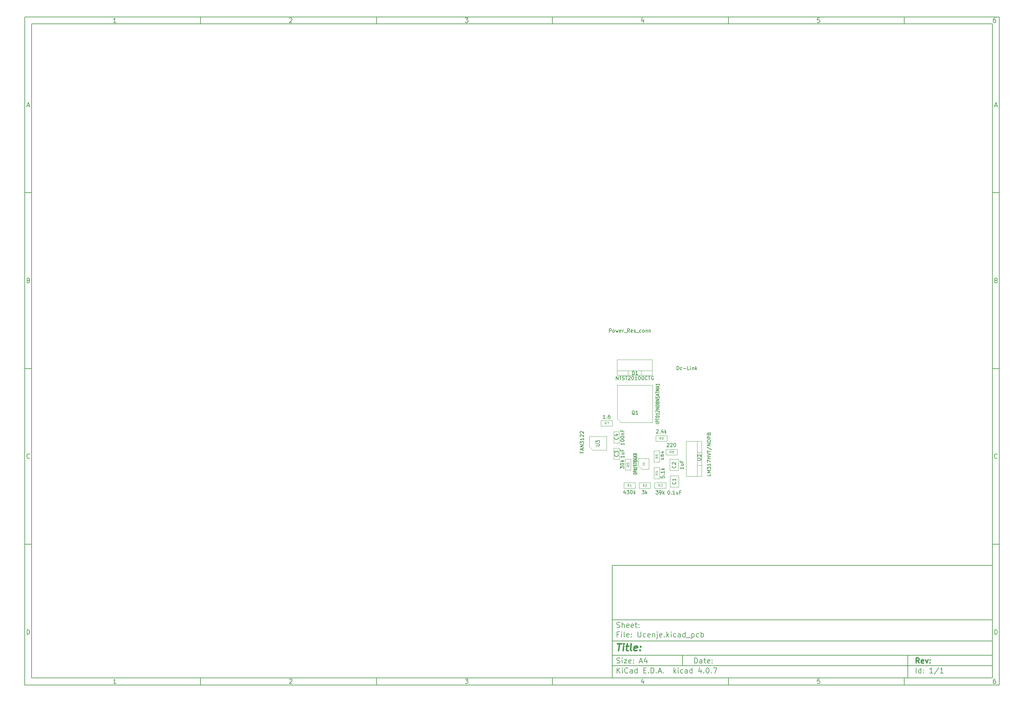
<source format=gbr>
G04 #@! TF.FileFunction,Other,Fab,Top*
%FSLAX46Y46*%
G04 Gerber Fmt 4.6, Leading zero omitted, Abs format (unit mm)*
G04 Created by KiCad (PCBNEW 4.0.7) date 05/09/18 13:26:45*
%MOMM*%
%LPD*%
G01*
G04 APERTURE LIST*
%ADD10C,0.100000*%
%ADD11C,0.150000*%
%ADD12C,0.300000*%
%ADD13C,0.400000*%
%ADD14C,0.120000*%
%ADD15C,0.105000*%
G04 APERTURE END LIST*
D10*
D11*
X177002200Y-166007200D02*
X177002200Y-198007200D01*
X285002200Y-198007200D01*
X285002200Y-166007200D01*
X177002200Y-166007200D01*
D10*
D11*
X10000000Y-10000000D02*
X10000000Y-200007200D01*
X287002200Y-200007200D01*
X287002200Y-10000000D01*
X10000000Y-10000000D01*
D10*
D11*
X12000000Y-12000000D02*
X12000000Y-198007200D01*
X285002200Y-198007200D01*
X285002200Y-12000000D01*
X12000000Y-12000000D01*
D10*
D11*
X60000000Y-12000000D02*
X60000000Y-10000000D01*
D10*
D11*
X110000000Y-12000000D02*
X110000000Y-10000000D01*
D10*
D11*
X160000000Y-12000000D02*
X160000000Y-10000000D01*
D10*
D11*
X210000000Y-12000000D02*
X210000000Y-10000000D01*
D10*
D11*
X260000000Y-12000000D02*
X260000000Y-10000000D01*
D10*
D11*
X35990476Y-11588095D02*
X35247619Y-11588095D01*
X35619048Y-11588095D02*
X35619048Y-10288095D01*
X35495238Y-10473810D01*
X35371429Y-10597619D01*
X35247619Y-10659524D01*
D10*
D11*
X85247619Y-10411905D02*
X85309524Y-10350000D01*
X85433333Y-10288095D01*
X85742857Y-10288095D01*
X85866667Y-10350000D01*
X85928571Y-10411905D01*
X85990476Y-10535714D01*
X85990476Y-10659524D01*
X85928571Y-10845238D01*
X85185714Y-11588095D01*
X85990476Y-11588095D01*
D10*
D11*
X135185714Y-10288095D02*
X135990476Y-10288095D01*
X135557143Y-10783333D01*
X135742857Y-10783333D01*
X135866667Y-10845238D01*
X135928571Y-10907143D01*
X135990476Y-11030952D01*
X135990476Y-11340476D01*
X135928571Y-11464286D01*
X135866667Y-11526190D01*
X135742857Y-11588095D01*
X135371429Y-11588095D01*
X135247619Y-11526190D01*
X135185714Y-11464286D01*
D10*
D11*
X185866667Y-10721429D02*
X185866667Y-11588095D01*
X185557143Y-10226190D02*
X185247619Y-11154762D01*
X186052381Y-11154762D01*
D10*
D11*
X235928571Y-10288095D02*
X235309524Y-10288095D01*
X235247619Y-10907143D01*
X235309524Y-10845238D01*
X235433333Y-10783333D01*
X235742857Y-10783333D01*
X235866667Y-10845238D01*
X235928571Y-10907143D01*
X235990476Y-11030952D01*
X235990476Y-11340476D01*
X235928571Y-11464286D01*
X235866667Y-11526190D01*
X235742857Y-11588095D01*
X235433333Y-11588095D01*
X235309524Y-11526190D01*
X235247619Y-11464286D01*
D10*
D11*
X285866667Y-10288095D02*
X285619048Y-10288095D01*
X285495238Y-10350000D01*
X285433333Y-10411905D01*
X285309524Y-10597619D01*
X285247619Y-10845238D01*
X285247619Y-11340476D01*
X285309524Y-11464286D01*
X285371429Y-11526190D01*
X285495238Y-11588095D01*
X285742857Y-11588095D01*
X285866667Y-11526190D01*
X285928571Y-11464286D01*
X285990476Y-11340476D01*
X285990476Y-11030952D01*
X285928571Y-10907143D01*
X285866667Y-10845238D01*
X285742857Y-10783333D01*
X285495238Y-10783333D01*
X285371429Y-10845238D01*
X285309524Y-10907143D01*
X285247619Y-11030952D01*
D10*
D11*
X60000000Y-198007200D02*
X60000000Y-200007200D01*
D10*
D11*
X110000000Y-198007200D02*
X110000000Y-200007200D01*
D10*
D11*
X160000000Y-198007200D02*
X160000000Y-200007200D01*
D10*
D11*
X210000000Y-198007200D02*
X210000000Y-200007200D01*
D10*
D11*
X260000000Y-198007200D02*
X260000000Y-200007200D01*
D10*
D11*
X35990476Y-199595295D02*
X35247619Y-199595295D01*
X35619048Y-199595295D02*
X35619048Y-198295295D01*
X35495238Y-198481010D01*
X35371429Y-198604819D01*
X35247619Y-198666724D01*
D10*
D11*
X85247619Y-198419105D02*
X85309524Y-198357200D01*
X85433333Y-198295295D01*
X85742857Y-198295295D01*
X85866667Y-198357200D01*
X85928571Y-198419105D01*
X85990476Y-198542914D01*
X85990476Y-198666724D01*
X85928571Y-198852438D01*
X85185714Y-199595295D01*
X85990476Y-199595295D01*
D10*
D11*
X135185714Y-198295295D02*
X135990476Y-198295295D01*
X135557143Y-198790533D01*
X135742857Y-198790533D01*
X135866667Y-198852438D01*
X135928571Y-198914343D01*
X135990476Y-199038152D01*
X135990476Y-199347676D01*
X135928571Y-199471486D01*
X135866667Y-199533390D01*
X135742857Y-199595295D01*
X135371429Y-199595295D01*
X135247619Y-199533390D01*
X135185714Y-199471486D01*
D10*
D11*
X185866667Y-198728629D02*
X185866667Y-199595295D01*
X185557143Y-198233390D02*
X185247619Y-199161962D01*
X186052381Y-199161962D01*
D10*
D11*
X235928571Y-198295295D02*
X235309524Y-198295295D01*
X235247619Y-198914343D01*
X235309524Y-198852438D01*
X235433333Y-198790533D01*
X235742857Y-198790533D01*
X235866667Y-198852438D01*
X235928571Y-198914343D01*
X235990476Y-199038152D01*
X235990476Y-199347676D01*
X235928571Y-199471486D01*
X235866667Y-199533390D01*
X235742857Y-199595295D01*
X235433333Y-199595295D01*
X235309524Y-199533390D01*
X235247619Y-199471486D01*
D10*
D11*
X285866667Y-198295295D02*
X285619048Y-198295295D01*
X285495238Y-198357200D01*
X285433333Y-198419105D01*
X285309524Y-198604819D01*
X285247619Y-198852438D01*
X285247619Y-199347676D01*
X285309524Y-199471486D01*
X285371429Y-199533390D01*
X285495238Y-199595295D01*
X285742857Y-199595295D01*
X285866667Y-199533390D01*
X285928571Y-199471486D01*
X285990476Y-199347676D01*
X285990476Y-199038152D01*
X285928571Y-198914343D01*
X285866667Y-198852438D01*
X285742857Y-198790533D01*
X285495238Y-198790533D01*
X285371429Y-198852438D01*
X285309524Y-198914343D01*
X285247619Y-199038152D01*
D10*
D11*
X10000000Y-60000000D02*
X12000000Y-60000000D01*
D10*
D11*
X10000000Y-110000000D02*
X12000000Y-110000000D01*
D10*
D11*
X10000000Y-160000000D02*
X12000000Y-160000000D01*
D10*
D11*
X10690476Y-35216667D02*
X11309524Y-35216667D01*
X10566667Y-35588095D02*
X11000000Y-34288095D01*
X11433333Y-35588095D01*
D10*
D11*
X11092857Y-84907143D02*
X11278571Y-84969048D01*
X11340476Y-85030952D01*
X11402381Y-85154762D01*
X11402381Y-85340476D01*
X11340476Y-85464286D01*
X11278571Y-85526190D01*
X11154762Y-85588095D01*
X10659524Y-85588095D01*
X10659524Y-84288095D01*
X11092857Y-84288095D01*
X11216667Y-84350000D01*
X11278571Y-84411905D01*
X11340476Y-84535714D01*
X11340476Y-84659524D01*
X11278571Y-84783333D01*
X11216667Y-84845238D01*
X11092857Y-84907143D01*
X10659524Y-84907143D01*
D10*
D11*
X11402381Y-135464286D02*
X11340476Y-135526190D01*
X11154762Y-135588095D01*
X11030952Y-135588095D01*
X10845238Y-135526190D01*
X10721429Y-135402381D01*
X10659524Y-135278571D01*
X10597619Y-135030952D01*
X10597619Y-134845238D01*
X10659524Y-134597619D01*
X10721429Y-134473810D01*
X10845238Y-134350000D01*
X11030952Y-134288095D01*
X11154762Y-134288095D01*
X11340476Y-134350000D01*
X11402381Y-134411905D01*
D10*
D11*
X10659524Y-185588095D02*
X10659524Y-184288095D01*
X10969048Y-184288095D01*
X11154762Y-184350000D01*
X11278571Y-184473810D01*
X11340476Y-184597619D01*
X11402381Y-184845238D01*
X11402381Y-185030952D01*
X11340476Y-185278571D01*
X11278571Y-185402381D01*
X11154762Y-185526190D01*
X10969048Y-185588095D01*
X10659524Y-185588095D01*
D10*
D11*
X287002200Y-60000000D02*
X285002200Y-60000000D01*
D10*
D11*
X287002200Y-110000000D02*
X285002200Y-110000000D01*
D10*
D11*
X287002200Y-160000000D02*
X285002200Y-160000000D01*
D10*
D11*
X285692676Y-35216667D02*
X286311724Y-35216667D01*
X285568867Y-35588095D02*
X286002200Y-34288095D01*
X286435533Y-35588095D01*
D10*
D11*
X286095057Y-84907143D02*
X286280771Y-84969048D01*
X286342676Y-85030952D01*
X286404581Y-85154762D01*
X286404581Y-85340476D01*
X286342676Y-85464286D01*
X286280771Y-85526190D01*
X286156962Y-85588095D01*
X285661724Y-85588095D01*
X285661724Y-84288095D01*
X286095057Y-84288095D01*
X286218867Y-84350000D01*
X286280771Y-84411905D01*
X286342676Y-84535714D01*
X286342676Y-84659524D01*
X286280771Y-84783333D01*
X286218867Y-84845238D01*
X286095057Y-84907143D01*
X285661724Y-84907143D01*
D10*
D11*
X286404581Y-135464286D02*
X286342676Y-135526190D01*
X286156962Y-135588095D01*
X286033152Y-135588095D01*
X285847438Y-135526190D01*
X285723629Y-135402381D01*
X285661724Y-135278571D01*
X285599819Y-135030952D01*
X285599819Y-134845238D01*
X285661724Y-134597619D01*
X285723629Y-134473810D01*
X285847438Y-134350000D01*
X286033152Y-134288095D01*
X286156962Y-134288095D01*
X286342676Y-134350000D01*
X286404581Y-134411905D01*
D10*
D11*
X285661724Y-185588095D02*
X285661724Y-184288095D01*
X285971248Y-184288095D01*
X286156962Y-184350000D01*
X286280771Y-184473810D01*
X286342676Y-184597619D01*
X286404581Y-184845238D01*
X286404581Y-185030952D01*
X286342676Y-185278571D01*
X286280771Y-185402381D01*
X286156962Y-185526190D01*
X285971248Y-185588095D01*
X285661724Y-185588095D01*
D10*
D11*
X200359343Y-193785771D02*
X200359343Y-192285771D01*
X200716486Y-192285771D01*
X200930771Y-192357200D01*
X201073629Y-192500057D01*
X201145057Y-192642914D01*
X201216486Y-192928629D01*
X201216486Y-193142914D01*
X201145057Y-193428629D01*
X201073629Y-193571486D01*
X200930771Y-193714343D01*
X200716486Y-193785771D01*
X200359343Y-193785771D01*
X202502200Y-193785771D02*
X202502200Y-193000057D01*
X202430771Y-192857200D01*
X202287914Y-192785771D01*
X202002200Y-192785771D01*
X201859343Y-192857200D01*
X202502200Y-193714343D02*
X202359343Y-193785771D01*
X202002200Y-193785771D01*
X201859343Y-193714343D01*
X201787914Y-193571486D01*
X201787914Y-193428629D01*
X201859343Y-193285771D01*
X202002200Y-193214343D01*
X202359343Y-193214343D01*
X202502200Y-193142914D01*
X203002200Y-192785771D02*
X203573629Y-192785771D01*
X203216486Y-192285771D02*
X203216486Y-193571486D01*
X203287914Y-193714343D01*
X203430772Y-193785771D01*
X203573629Y-193785771D01*
X204645057Y-193714343D02*
X204502200Y-193785771D01*
X204216486Y-193785771D01*
X204073629Y-193714343D01*
X204002200Y-193571486D01*
X204002200Y-193000057D01*
X204073629Y-192857200D01*
X204216486Y-192785771D01*
X204502200Y-192785771D01*
X204645057Y-192857200D01*
X204716486Y-193000057D01*
X204716486Y-193142914D01*
X204002200Y-193285771D01*
X205359343Y-193642914D02*
X205430771Y-193714343D01*
X205359343Y-193785771D01*
X205287914Y-193714343D01*
X205359343Y-193642914D01*
X205359343Y-193785771D01*
X205359343Y-192857200D02*
X205430771Y-192928629D01*
X205359343Y-193000057D01*
X205287914Y-192928629D01*
X205359343Y-192857200D01*
X205359343Y-193000057D01*
D10*
D11*
X177002200Y-194507200D02*
X285002200Y-194507200D01*
D10*
D11*
X178359343Y-196585771D02*
X178359343Y-195085771D01*
X179216486Y-196585771D02*
X178573629Y-195728629D01*
X179216486Y-195085771D02*
X178359343Y-195942914D01*
X179859343Y-196585771D02*
X179859343Y-195585771D01*
X179859343Y-195085771D02*
X179787914Y-195157200D01*
X179859343Y-195228629D01*
X179930771Y-195157200D01*
X179859343Y-195085771D01*
X179859343Y-195228629D01*
X181430772Y-196442914D02*
X181359343Y-196514343D01*
X181145057Y-196585771D01*
X181002200Y-196585771D01*
X180787915Y-196514343D01*
X180645057Y-196371486D01*
X180573629Y-196228629D01*
X180502200Y-195942914D01*
X180502200Y-195728629D01*
X180573629Y-195442914D01*
X180645057Y-195300057D01*
X180787915Y-195157200D01*
X181002200Y-195085771D01*
X181145057Y-195085771D01*
X181359343Y-195157200D01*
X181430772Y-195228629D01*
X182716486Y-196585771D02*
X182716486Y-195800057D01*
X182645057Y-195657200D01*
X182502200Y-195585771D01*
X182216486Y-195585771D01*
X182073629Y-195657200D01*
X182716486Y-196514343D02*
X182573629Y-196585771D01*
X182216486Y-196585771D01*
X182073629Y-196514343D01*
X182002200Y-196371486D01*
X182002200Y-196228629D01*
X182073629Y-196085771D01*
X182216486Y-196014343D01*
X182573629Y-196014343D01*
X182716486Y-195942914D01*
X184073629Y-196585771D02*
X184073629Y-195085771D01*
X184073629Y-196514343D02*
X183930772Y-196585771D01*
X183645058Y-196585771D01*
X183502200Y-196514343D01*
X183430772Y-196442914D01*
X183359343Y-196300057D01*
X183359343Y-195871486D01*
X183430772Y-195728629D01*
X183502200Y-195657200D01*
X183645058Y-195585771D01*
X183930772Y-195585771D01*
X184073629Y-195657200D01*
X185930772Y-195800057D02*
X186430772Y-195800057D01*
X186645058Y-196585771D02*
X185930772Y-196585771D01*
X185930772Y-195085771D01*
X186645058Y-195085771D01*
X187287915Y-196442914D02*
X187359343Y-196514343D01*
X187287915Y-196585771D01*
X187216486Y-196514343D01*
X187287915Y-196442914D01*
X187287915Y-196585771D01*
X188002201Y-196585771D02*
X188002201Y-195085771D01*
X188359344Y-195085771D01*
X188573629Y-195157200D01*
X188716487Y-195300057D01*
X188787915Y-195442914D01*
X188859344Y-195728629D01*
X188859344Y-195942914D01*
X188787915Y-196228629D01*
X188716487Y-196371486D01*
X188573629Y-196514343D01*
X188359344Y-196585771D01*
X188002201Y-196585771D01*
X189502201Y-196442914D02*
X189573629Y-196514343D01*
X189502201Y-196585771D01*
X189430772Y-196514343D01*
X189502201Y-196442914D01*
X189502201Y-196585771D01*
X190145058Y-196157200D02*
X190859344Y-196157200D01*
X190002201Y-196585771D02*
X190502201Y-195085771D01*
X191002201Y-196585771D01*
X191502201Y-196442914D02*
X191573629Y-196514343D01*
X191502201Y-196585771D01*
X191430772Y-196514343D01*
X191502201Y-196442914D01*
X191502201Y-196585771D01*
X194502201Y-196585771D02*
X194502201Y-195085771D01*
X194645058Y-196014343D02*
X195073629Y-196585771D01*
X195073629Y-195585771D02*
X194502201Y-196157200D01*
X195716487Y-196585771D02*
X195716487Y-195585771D01*
X195716487Y-195085771D02*
X195645058Y-195157200D01*
X195716487Y-195228629D01*
X195787915Y-195157200D01*
X195716487Y-195085771D01*
X195716487Y-195228629D01*
X197073630Y-196514343D02*
X196930773Y-196585771D01*
X196645059Y-196585771D01*
X196502201Y-196514343D01*
X196430773Y-196442914D01*
X196359344Y-196300057D01*
X196359344Y-195871486D01*
X196430773Y-195728629D01*
X196502201Y-195657200D01*
X196645059Y-195585771D01*
X196930773Y-195585771D01*
X197073630Y-195657200D01*
X198359344Y-196585771D02*
X198359344Y-195800057D01*
X198287915Y-195657200D01*
X198145058Y-195585771D01*
X197859344Y-195585771D01*
X197716487Y-195657200D01*
X198359344Y-196514343D02*
X198216487Y-196585771D01*
X197859344Y-196585771D01*
X197716487Y-196514343D01*
X197645058Y-196371486D01*
X197645058Y-196228629D01*
X197716487Y-196085771D01*
X197859344Y-196014343D01*
X198216487Y-196014343D01*
X198359344Y-195942914D01*
X199716487Y-196585771D02*
X199716487Y-195085771D01*
X199716487Y-196514343D02*
X199573630Y-196585771D01*
X199287916Y-196585771D01*
X199145058Y-196514343D01*
X199073630Y-196442914D01*
X199002201Y-196300057D01*
X199002201Y-195871486D01*
X199073630Y-195728629D01*
X199145058Y-195657200D01*
X199287916Y-195585771D01*
X199573630Y-195585771D01*
X199716487Y-195657200D01*
X202216487Y-195585771D02*
X202216487Y-196585771D01*
X201859344Y-195014343D02*
X201502201Y-196085771D01*
X202430773Y-196085771D01*
X203002201Y-196442914D02*
X203073629Y-196514343D01*
X203002201Y-196585771D01*
X202930772Y-196514343D01*
X203002201Y-196442914D01*
X203002201Y-196585771D01*
X204002201Y-195085771D02*
X204145058Y-195085771D01*
X204287915Y-195157200D01*
X204359344Y-195228629D01*
X204430773Y-195371486D01*
X204502201Y-195657200D01*
X204502201Y-196014343D01*
X204430773Y-196300057D01*
X204359344Y-196442914D01*
X204287915Y-196514343D01*
X204145058Y-196585771D01*
X204002201Y-196585771D01*
X203859344Y-196514343D01*
X203787915Y-196442914D01*
X203716487Y-196300057D01*
X203645058Y-196014343D01*
X203645058Y-195657200D01*
X203716487Y-195371486D01*
X203787915Y-195228629D01*
X203859344Y-195157200D01*
X204002201Y-195085771D01*
X205145058Y-196442914D02*
X205216486Y-196514343D01*
X205145058Y-196585771D01*
X205073629Y-196514343D01*
X205145058Y-196442914D01*
X205145058Y-196585771D01*
X205716487Y-195085771D02*
X206716487Y-195085771D01*
X206073630Y-196585771D01*
D10*
D11*
X177002200Y-191507200D02*
X285002200Y-191507200D01*
D10*
D12*
X264216486Y-193785771D02*
X263716486Y-193071486D01*
X263359343Y-193785771D02*
X263359343Y-192285771D01*
X263930771Y-192285771D01*
X264073629Y-192357200D01*
X264145057Y-192428629D01*
X264216486Y-192571486D01*
X264216486Y-192785771D01*
X264145057Y-192928629D01*
X264073629Y-193000057D01*
X263930771Y-193071486D01*
X263359343Y-193071486D01*
X265430771Y-193714343D02*
X265287914Y-193785771D01*
X265002200Y-193785771D01*
X264859343Y-193714343D01*
X264787914Y-193571486D01*
X264787914Y-193000057D01*
X264859343Y-192857200D01*
X265002200Y-192785771D01*
X265287914Y-192785771D01*
X265430771Y-192857200D01*
X265502200Y-193000057D01*
X265502200Y-193142914D01*
X264787914Y-193285771D01*
X266002200Y-192785771D02*
X266359343Y-193785771D01*
X266716485Y-192785771D01*
X267287914Y-193642914D02*
X267359342Y-193714343D01*
X267287914Y-193785771D01*
X267216485Y-193714343D01*
X267287914Y-193642914D01*
X267287914Y-193785771D01*
X267287914Y-192857200D02*
X267359342Y-192928629D01*
X267287914Y-193000057D01*
X267216485Y-192928629D01*
X267287914Y-192857200D01*
X267287914Y-193000057D01*
D10*
D11*
X178287914Y-193714343D02*
X178502200Y-193785771D01*
X178859343Y-193785771D01*
X179002200Y-193714343D01*
X179073629Y-193642914D01*
X179145057Y-193500057D01*
X179145057Y-193357200D01*
X179073629Y-193214343D01*
X179002200Y-193142914D01*
X178859343Y-193071486D01*
X178573629Y-193000057D01*
X178430771Y-192928629D01*
X178359343Y-192857200D01*
X178287914Y-192714343D01*
X178287914Y-192571486D01*
X178359343Y-192428629D01*
X178430771Y-192357200D01*
X178573629Y-192285771D01*
X178930771Y-192285771D01*
X179145057Y-192357200D01*
X179787914Y-193785771D02*
X179787914Y-192785771D01*
X179787914Y-192285771D02*
X179716485Y-192357200D01*
X179787914Y-192428629D01*
X179859342Y-192357200D01*
X179787914Y-192285771D01*
X179787914Y-192428629D01*
X180359343Y-192785771D02*
X181145057Y-192785771D01*
X180359343Y-193785771D01*
X181145057Y-193785771D01*
X182287914Y-193714343D02*
X182145057Y-193785771D01*
X181859343Y-193785771D01*
X181716486Y-193714343D01*
X181645057Y-193571486D01*
X181645057Y-193000057D01*
X181716486Y-192857200D01*
X181859343Y-192785771D01*
X182145057Y-192785771D01*
X182287914Y-192857200D01*
X182359343Y-193000057D01*
X182359343Y-193142914D01*
X181645057Y-193285771D01*
X183002200Y-193642914D02*
X183073628Y-193714343D01*
X183002200Y-193785771D01*
X182930771Y-193714343D01*
X183002200Y-193642914D01*
X183002200Y-193785771D01*
X183002200Y-192857200D02*
X183073628Y-192928629D01*
X183002200Y-193000057D01*
X182930771Y-192928629D01*
X183002200Y-192857200D01*
X183002200Y-193000057D01*
X184787914Y-193357200D02*
X185502200Y-193357200D01*
X184645057Y-193785771D02*
X185145057Y-192285771D01*
X185645057Y-193785771D01*
X186787914Y-192785771D02*
X186787914Y-193785771D01*
X186430771Y-192214343D02*
X186073628Y-193285771D01*
X187002200Y-193285771D01*
D10*
D11*
X263359343Y-196585771D02*
X263359343Y-195085771D01*
X264716486Y-196585771D02*
X264716486Y-195085771D01*
X264716486Y-196514343D02*
X264573629Y-196585771D01*
X264287915Y-196585771D01*
X264145057Y-196514343D01*
X264073629Y-196442914D01*
X264002200Y-196300057D01*
X264002200Y-195871486D01*
X264073629Y-195728629D01*
X264145057Y-195657200D01*
X264287915Y-195585771D01*
X264573629Y-195585771D01*
X264716486Y-195657200D01*
X265430772Y-196442914D02*
X265502200Y-196514343D01*
X265430772Y-196585771D01*
X265359343Y-196514343D01*
X265430772Y-196442914D01*
X265430772Y-196585771D01*
X265430772Y-195657200D02*
X265502200Y-195728629D01*
X265430772Y-195800057D01*
X265359343Y-195728629D01*
X265430772Y-195657200D01*
X265430772Y-195800057D01*
X268073629Y-196585771D02*
X267216486Y-196585771D01*
X267645058Y-196585771D02*
X267645058Y-195085771D01*
X267502201Y-195300057D01*
X267359343Y-195442914D01*
X267216486Y-195514343D01*
X269787914Y-195014343D02*
X268502200Y-196942914D01*
X271073629Y-196585771D02*
X270216486Y-196585771D01*
X270645058Y-196585771D02*
X270645058Y-195085771D01*
X270502201Y-195300057D01*
X270359343Y-195442914D01*
X270216486Y-195514343D01*
D10*
D11*
X177002200Y-187507200D02*
X285002200Y-187507200D01*
D10*
D13*
X178454581Y-188211962D02*
X179597438Y-188211962D01*
X178776010Y-190211962D02*
X179026010Y-188211962D01*
X180014105Y-190211962D02*
X180180771Y-188878629D01*
X180264105Y-188211962D02*
X180156962Y-188307200D01*
X180240295Y-188402438D01*
X180347439Y-188307200D01*
X180264105Y-188211962D01*
X180240295Y-188402438D01*
X180847438Y-188878629D02*
X181609343Y-188878629D01*
X181216486Y-188211962D02*
X181002200Y-189926248D01*
X181073630Y-190116724D01*
X181252201Y-190211962D01*
X181442677Y-190211962D01*
X182395058Y-190211962D02*
X182216487Y-190116724D01*
X182145057Y-189926248D01*
X182359343Y-188211962D01*
X183930772Y-190116724D02*
X183728391Y-190211962D01*
X183347439Y-190211962D01*
X183168867Y-190116724D01*
X183097438Y-189926248D01*
X183192676Y-189164343D01*
X183311724Y-188973867D01*
X183514105Y-188878629D01*
X183895057Y-188878629D01*
X184073629Y-188973867D01*
X184145057Y-189164343D01*
X184121248Y-189354819D01*
X183145057Y-189545295D01*
X184895057Y-190021486D02*
X184978392Y-190116724D01*
X184871248Y-190211962D01*
X184787915Y-190116724D01*
X184895057Y-190021486D01*
X184871248Y-190211962D01*
X185026010Y-188973867D02*
X185109344Y-189069105D01*
X185002200Y-189164343D01*
X184918867Y-189069105D01*
X185026010Y-188973867D01*
X185002200Y-189164343D01*
D10*
D11*
X178859343Y-185600057D02*
X178359343Y-185600057D01*
X178359343Y-186385771D02*
X178359343Y-184885771D01*
X179073629Y-184885771D01*
X179645057Y-186385771D02*
X179645057Y-185385771D01*
X179645057Y-184885771D02*
X179573628Y-184957200D01*
X179645057Y-185028629D01*
X179716485Y-184957200D01*
X179645057Y-184885771D01*
X179645057Y-185028629D01*
X180573629Y-186385771D02*
X180430771Y-186314343D01*
X180359343Y-186171486D01*
X180359343Y-184885771D01*
X181716485Y-186314343D02*
X181573628Y-186385771D01*
X181287914Y-186385771D01*
X181145057Y-186314343D01*
X181073628Y-186171486D01*
X181073628Y-185600057D01*
X181145057Y-185457200D01*
X181287914Y-185385771D01*
X181573628Y-185385771D01*
X181716485Y-185457200D01*
X181787914Y-185600057D01*
X181787914Y-185742914D01*
X181073628Y-185885771D01*
X182430771Y-186242914D02*
X182502199Y-186314343D01*
X182430771Y-186385771D01*
X182359342Y-186314343D01*
X182430771Y-186242914D01*
X182430771Y-186385771D01*
X182430771Y-185457200D02*
X182502199Y-185528629D01*
X182430771Y-185600057D01*
X182359342Y-185528629D01*
X182430771Y-185457200D01*
X182430771Y-185600057D01*
X184287914Y-184885771D02*
X184287914Y-186100057D01*
X184359342Y-186242914D01*
X184430771Y-186314343D01*
X184573628Y-186385771D01*
X184859342Y-186385771D01*
X185002200Y-186314343D01*
X185073628Y-186242914D01*
X185145057Y-186100057D01*
X185145057Y-184885771D01*
X186502200Y-186314343D02*
X186359343Y-186385771D01*
X186073629Y-186385771D01*
X185930771Y-186314343D01*
X185859343Y-186242914D01*
X185787914Y-186100057D01*
X185787914Y-185671486D01*
X185859343Y-185528629D01*
X185930771Y-185457200D01*
X186073629Y-185385771D01*
X186359343Y-185385771D01*
X186502200Y-185457200D01*
X187716485Y-186314343D02*
X187573628Y-186385771D01*
X187287914Y-186385771D01*
X187145057Y-186314343D01*
X187073628Y-186171486D01*
X187073628Y-185600057D01*
X187145057Y-185457200D01*
X187287914Y-185385771D01*
X187573628Y-185385771D01*
X187716485Y-185457200D01*
X187787914Y-185600057D01*
X187787914Y-185742914D01*
X187073628Y-185885771D01*
X188430771Y-185385771D02*
X188430771Y-186385771D01*
X188430771Y-185528629D02*
X188502199Y-185457200D01*
X188645057Y-185385771D01*
X188859342Y-185385771D01*
X189002199Y-185457200D01*
X189073628Y-185600057D01*
X189073628Y-186385771D01*
X189787914Y-185385771D02*
X189787914Y-186671486D01*
X189716485Y-186814343D01*
X189573628Y-186885771D01*
X189502200Y-186885771D01*
X189787914Y-184885771D02*
X189716485Y-184957200D01*
X189787914Y-185028629D01*
X189859342Y-184957200D01*
X189787914Y-184885771D01*
X189787914Y-185028629D01*
X191073628Y-186314343D02*
X190930771Y-186385771D01*
X190645057Y-186385771D01*
X190502200Y-186314343D01*
X190430771Y-186171486D01*
X190430771Y-185600057D01*
X190502200Y-185457200D01*
X190645057Y-185385771D01*
X190930771Y-185385771D01*
X191073628Y-185457200D01*
X191145057Y-185600057D01*
X191145057Y-185742914D01*
X190430771Y-185885771D01*
X191787914Y-186242914D02*
X191859342Y-186314343D01*
X191787914Y-186385771D01*
X191716485Y-186314343D01*
X191787914Y-186242914D01*
X191787914Y-186385771D01*
X192502200Y-186385771D02*
X192502200Y-184885771D01*
X192645057Y-185814343D02*
X193073628Y-186385771D01*
X193073628Y-185385771D02*
X192502200Y-185957200D01*
X193716486Y-186385771D02*
X193716486Y-185385771D01*
X193716486Y-184885771D02*
X193645057Y-184957200D01*
X193716486Y-185028629D01*
X193787914Y-184957200D01*
X193716486Y-184885771D01*
X193716486Y-185028629D01*
X195073629Y-186314343D02*
X194930772Y-186385771D01*
X194645058Y-186385771D01*
X194502200Y-186314343D01*
X194430772Y-186242914D01*
X194359343Y-186100057D01*
X194359343Y-185671486D01*
X194430772Y-185528629D01*
X194502200Y-185457200D01*
X194645058Y-185385771D01*
X194930772Y-185385771D01*
X195073629Y-185457200D01*
X196359343Y-186385771D02*
X196359343Y-185600057D01*
X196287914Y-185457200D01*
X196145057Y-185385771D01*
X195859343Y-185385771D01*
X195716486Y-185457200D01*
X196359343Y-186314343D02*
X196216486Y-186385771D01*
X195859343Y-186385771D01*
X195716486Y-186314343D01*
X195645057Y-186171486D01*
X195645057Y-186028629D01*
X195716486Y-185885771D01*
X195859343Y-185814343D01*
X196216486Y-185814343D01*
X196359343Y-185742914D01*
X197716486Y-186385771D02*
X197716486Y-184885771D01*
X197716486Y-186314343D02*
X197573629Y-186385771D01*
X197287915Y-186385771D01*
X197145057Y-186314343D01*
X197073629Y-186242914D01*
X197002200Y-186100057D01*
X197002200Y-185671486D01*
X197073629Y-185528629D01*
X197145057Y-185457200D01*
X197287915Y-185385771D01*
X197573629Y-185385771D01*
X197716486Y-185457200D01*
X198073629Y-186528629D02*
X199216486Y-186528629D01*
X199573629Y-185385771D02*
X199573629Y-186885771D01*
X199573629Y-185457200D02*
X199716486Y-185385771D01*
X200002200Y-185385771D01*
X200145057Y-185457200D01*
X200216486Y-185528629D01*
X200287915Y-185671486D01*
X200287915Y-186100057D01*
X200216486Y-186242914D01*
X200145057Y-186314343D01*
X200002200Y-186385771D01*
X199716486Y-186385771D01*
X199573629Y-186314343D01*
X201573629Y-186314343D02*
X201430772Y-186385771D01*
X201145058Y-186385771D01*
X201002200Y-186314343D01*
X200930772Y-186242914D01*
X200859343Y-186100057D01*
X200859343Y-185671486D01*
X200930772Y-185528629D01*
X201002200Y-185457200D01*
X201145058Y-185385771D01*
X201430772Y-185385771D01*
X201573629Y-185457200D01*
X202216486Y-186385771D02*
X202216486Y-184885771D01*
X202216486Y-185457200D02*
X202359343Y-185385771D01*
X202645057Y-185385771D01*
X202787914Y-185457200D01*
X202859343Y-185528629D01*
X202930772Y-185671486D01*
X202930772Y-186100057D01*
X202859343Y-186242914D01*
X202787914Y-186314343D01*
X202645057Y-186385771D01*
X202359343Y-186385771D01*
X202216486Y-186314343D01*
D10*
D11*
X177002200Y-181507200D02*
X285002200Y-181507200D01*
D10*
D11*
X178287914Y-183614343D02*
X178502200Y-183685771D01*
X178859343Y-183685771D01*
X179002200Y-183614343D01*
X179073629Y-183542914D01*
X179145057Y-183400057D01*
X179145057Y-183257200D01*
X179073629Y-183114343D01*
X179002200Y-183042914D01*
X178859343Y-182971486D01*
X178573629Y-182900057D01*
X178430771Y-182828629D01*
X178359343Y-182757200D01*
X178287914Y-182614343D01*
X178287914Y-182471486D01*
X178359343Y-182328629D01*
X178430771Y-182257200D01*
X178573629Y-182185771D01*
X178930771Y-182185771D01*
X179145057Y-182257200D01*
X179787914Y-183685771D02*
X179787914Y-182185771D01*
X180430771Y-183685771D02*
X180430771Y-182900057D01*
X180359342Y-182757200D01*
X180216485Y-182685771D01*
X180002200Y-182685771D01*
X179859342Y-182757200D01*
X179787914Y-182828629D01*
X181716485Y-183614343D02*
X181573628Y-183685771D01*
X181287914Y-183685771D01*
X181145057Y-183614343D01*
X181073628Y-183471486D01*
X181073628Y-182900057D01*
X181145057Y-182757200D01*
X181287914Y-182685771D01*
X181573628Y-182685771D01*
X181716485Y-182757200D01*
X181787914Y-182900057D01*
X181787914Y-183042914D01*
X181073628Y-183185771D01*
X183002199Y-183614343D02*
X182859342Y-183685771D01*
X182573628Y-183685771D01*
X182430771Y-183614343D01*
X182359342Y-183471486D01*
X182359342Y-182900057D01*
X182430771Y-182757200D01*
X182573628Y-182685771D01*
X182859342Y-182685771D01*
X183002199Y-182757200D01*
X183073628Y-182900057D01*
X183073628Y-183042914D01*
X182359342Y-183185771D01*
X183502199Y-182685771D02*
X184073628Y-182685771D01*
X183716485Y-182185771D02*
X183716485Y-183471486D01*
X183787913Y-183614343D01*
X183930771Y-183685771D01*
X184073628Y-183685771D01*
X184573628Y-183542914D02*
X184645056Y-183614343D01*
X184573628Y-183685771D01*
X184502199Y-183614343D01*
X184573628Y-183542914D01*
X184573628Y-183685771D01*
X184573628Y-182757200D02*
X184645056Y-182828629D01*
X184573628Y-182900057D01*
X184502199Y-182828629D01*
X184573628Y-182757200D01*
X184573628Y-182900057D01*
D10*
D11*
X197002200Y-191507200D02*
X197002200Y-194507200D01*
D10*
D11*
X261002200Y-191507200D02*
X261002200Y-198007200D01*
D10*
X195877500Y-143713000D02*
X193377500Y-143713000D01*
X195877500Y-140513000D02*
X195877500Y-143713000D01*
X193377500Y-140513000D02*
X195877500Y-140513000D01*
X193377500Y-143713000D02*
X193377500Y-140513000D01*
X193314000Y-135750500D02*
X195814000Y-135750500D01*
X193314000Y-138950500D02*
X193314000Y-135750500D01*
X195814000Y-138950500D02*
X193314000Y-138950500D01*
X195814000Y-135750500D02*
X195814000Y-138950500D01*
X188337200Y-111872400D02*
X188337200Y-107472400D01*
X188337200Y-107472400D02*
X178337200Y-107472400D01*
X178337200Y-107472400D02*
X178337200Y-111872400D01*
X178337200Y-111872400D02*
X188337200Y-111872400D01*
X188337200Y-110602400D02*
X178337200Y-110602400D01*
X185187200Y-111872400D02*
X185187200Y-110602400D01*
X181487200Y-111872400D02*
X181487200Y-110602400D01*
X180264000Y-144056000D02*
X180264000Y-142456000D01*
X183464000Y-144056000D02*
X180264000Y-144056000D01*
X183464000Y-142456000D02*
X183464000Y-144056000D01*
X180264000Y-142456000D02*
X183464000Y-142456000D01*
X184582000Y-144056000D02*
X184582000Y-142456000D01*
X187782000Y-144056000D02*
X184582000Y-144056000D01*
X187782000Y-142456000D02*
X187782000Y-144056000D01*
X184582000Y-142456000D02*
X187782000Y-142456000D01*
X192227000Y-142456000D02*
X192227000Y-144056000D01*
X189027000Y-142456000D02*
X192227000Y-142456000D01*
X189027000Y-144056000D02*
X189027000Y-142456000D01*
X192227000Y-144056000D02*
X189027000Y-144056000D01*
X190411000Y-141300000D02*
X188811000Y-141300000D01*
X190411000Y-138100000D02*
X190411000Y-141300000D01*
X188811000Y-138100000D02*
X190411000Y-138100000D01*
X188811000Y-141300000D02*
X188811000Y-138100000D01*
X180657600Y-135712400D02*
X182257600Y-135712400D01*
X180657600Y-138912400D02*
X180657600Y-135712400D01*
X182257600Y-138912400D02*
X180657600Y-138912400D01*
X182257600Y-135712400D02*
X182257600Y-138912400D01*
X190411000Y-136601000D02*
X188811000Y-136601000D01*
X190411000Y-133401000D02*
X190411000Y-136601000D01*
X188811000Y-133401000D02*
X190411000Y-133401000D01*
X188811000Y-136601000D02*
X188811000Y-133401000D01*
X177000000Y-124750000D02*
X177000000Y-126350000D01*
X173800000Y-124750000D02*
X177000000Y-124750000D01*
X173800000Y-126350000D02*
X173800000Y-124750000D01*
X177000000Y-126350000D02*
X173800000Y-126350000D01*
X192265500Y-134531000D02*
X192265500Y-132931000D01*
X195465500Y-134531000D02*
X192265500Y-134531000D01*
X195465500Y-132931000D02*
X195465500Y-134531000D01*
X192265500Y-132931000D02*
X195465500Y-132931000D01*
X192544500Y-129057500D02*
X192544500Y-130657500D01*
X189344500Y-129057500D02*
X192544500Y-129057500D01*
X189344500Y-130657500D02*
X189344500Y-129057500D01*
X192544500Y-130657500D02*
X189344500Y-130657500D01*
X184377200Y-137609200D02*
X185377200Y-138609200D01*
X184377200Y-137609200D02*
X184377200Y-135609200D01*
X187377200Y-138609200D02*
X185377200Y-138609200D01*
X187377200Y-135609200D02*
X187377200Y-138609200D01*
X184377200Y-135609200D02*
X187377200Y-135609200D01*
X202398000Y-130636000D02*
X197998000Y-130636000D01*
X197998000Y-130636000D02*
X197998000Y-140636000D01*
X197998000Y-140636000D02*
X202398000Y-140636000D01*
X202398000Y-140636000D02*
X202398000Y-130636000D01*
X201128000Y-130636000D02*
X201128000Y-140636000D01*
X202398000Y-133786000D02*
X201128000Y-133786000D01*
X202398000Y-137486000D02*
X201128000Y-137486000D01*
X170450000Y-132225000D02*
X170450000Y-129325000D01*
X170450000Y-129325000D02*
X175350000Y-129325000D01*
X175350000Y-129325000D02*
X175350000Y-133225000D01*
X175350000Y-133225000D02*
X171450000Y-133225000D01*
X171450000Y-133225000D02*
X170450000Y-132225000D01*
D14*
X178388000Y-124241200D02*
X178388000Y-114791200D01*
X188388000Y-125341200D02*
X179488000Y-125341200D01*
X188388000Y-114791200D02*
X188388000Y-125341200D01*
X178388000Y-114791200D02*
X188388000Y-114791200D01*
X178388000Y-124241200D02*
X179488000Y-125341200D01*
X179488000Y-125341200D02*
X179488000Y-125341200D01*
D10*
X177400000Y-132650000D02*
X179000000Y-132650000D01*
X177400000Y-135850000D02*
X177400000Y-132650000D01*
X179000000Y-135850000D02*
X177400000Y-135850000D01*
X179000000Y-132650000D02*
X179000000Y-135850000D01*
X178975000Y-131175000D02*
X177375000Y-131175000D01*
X178975000Y-127975000D02*
X178975000Y-131175000D01*
X177375000Y-127975000D02*
X178975000Y-127975000D01*
X177375000Y-131175000D02*
X177375000Y-127975000D01*
D11*
X176142856Y-99702381D02*
X176142856Y-98702381D01*
X176523809Y-98702381D01*
X176619047Y-98750000D01*
X176666666Y-98797619D01*
X176714285Y-98892857D01*
X176714285Y-99035714D01*
X176666666Y-99130952D01*
X176619047Y-99178571D01*
X176523809Y-99226190D01*
X176142856Y-99226190D01*
X177285713Y-99702381D02*
X177190475Y-99654762D01*
X177142856Y-99607143D01*
X177095237Y-99511905D01*
X177095237Y-99226190D01*
X177142856Y-99130952D01*
X177190475Y-99083333D01*
X177285713Y-99035714D01*
X177428571Y-99035714D01*
X177523809Y-99083333D01*
X177571428Y-99130952D01*
X177619047Y-99226190D01*
X177619047Y-99511905D01*
X177571428Y-99607143D01*
X177523809Y-99654762D01*
X177428571Y-99702381D01*
X177285713Y-99702381D01*
X177952380Y-99035714D02*
X178142856Y-99702381D01*
X178333333Y-99226190D01*
X178523809Y-99702381D01*
X178714285Y-99035714D01*
X179476190Y-99654762D02*
X179380952Y-99702381D01*
X179190475Y-99702381D01*
X179095237Y-99654762D01*
X179047618Y-99559524D01*
X179047618Y-99178571D01*
X179095237Y-99083333D01*
X179190475Y-99035714D01*
X179380952Y-99035714D01*
X179476190Y-99083333D01*
X179523809Y-99178571D01*
X179523809Y-99273810D01*
X179047618Y-99369048D01*
X179952380Y-99702381D02*
X179952380Y-99035714D01*
X179952380Y-99226190D02*
X179999999Y-99130952D01*
X180047618Y-99083333D01*
X180142856Y-99035714D01*
X180238095Y-99035714D01*
X180333333Y-99797619D02*
X181095238Y-99797619D01*
X181904762Y-99702381D02*
X181571428Y-99226190D01*
X181333333Y-99702381D02*
X181333333Y-98702381D01*
X181714286Y-98702381D01*
X181809524Y-98750000D01*
X181857143Y-98797619D01*
X181904762Y-98892857D01*
X181904762Y-99035714D01*
X181857143Y-99130952D01*
X181809524Y-99178571D01*
X181714286Y-99226190D01*
X181333333Y-99226190D01*
X182714286Y-99654762D02*
X182619048Y-99702381D01*
X182428571Y-99702381D01*
X182333333Y-99654762D01*
X182285714Y-99559524D01*
X182285714Y-99178571D01*
X182333333Y-99083333D01*
X182428571Y-99035714D01*
X182619048Y-99035714D01*
X182714286Y-99083333D01*
X182761905Y-99178571D01*
X182761905Y-99273810D01*
X182285714Y-99369048D01*
X183142857Y-99654762D02*
X183238095Y-99702381D01*
X183428571Y-99702381D01*
X183523810Y-99654762D01*
X183571429Y-99559524D01*
X183571429Y-99511905D01*
X183523810Y-99416667D01*
X183428571Y-99369048D01*
X183285714Y-99369048D01*
X183190476Y-99321429D01*
X183142857Y-99226190D01*
X183142857Y-99178571D01*
X183190476Y-99083333D01*
X183285714Y-99035714D01*
X183428571Y-99035714D01*
X183523810Y-99083333D01*
X183761905Y-99797619D02*
X184523810Y-99797619D01*
X185190477Y-99654762D02*
X185095239Y-99702381D01*
X184904762Y-99702381D01*
X184809524Y-99654762D01*
X184761905Y-99607143D01*
X184714286Y-99511905D01*
X184714286Y-99226190D01*
X184761905Y-99130952D01*
X184809524Y-99083333D01*
X184904762Y-99035714D01*
X185095239Y-99035714D01*
X185190477Y-99083333D01*
X185761905Y-99702381D02*
X185666667Y-99654762D01*
X185619048Y-99607143D01*
X185571429Y-99511905D01*
X185571429Y-99226190D01*
X185619048Y-99130952D01*
X185666667Y-99083333D01*
X185761905Y-99035714D01*
X185904763Y-99035714D01*
X186000001Y-99083333D01*
X186047620Y-99130952D01*
X186095239Y-99226190D01*
X186095239Y-99511905D01*
X186047620Y-99607143D01*
X186000001Y-99654762D01*
X185904763Y-99702381D01*
X185761905Y-99702381D01*
X186523810Y-99035714D02*
X186523810Y-99702381D01*
X186523810Y-99130952D02*
X186571429Y-99083333D01*
X186666667Y-99035714D01*
X186809525Y-99035714D01*
X186904763Y-99083333D01*
X186952382Y-99178571D01*
X186952382Y-99702381D01*
X187428572Y-99035714D02*
X187428572Y-99702381D01*
X187428572Y-99130952D02*
X187476191Y-99083333D01*
X187571429Y-99035714D01*
X187714287Y-99035714D01*
X187809525Y-99083333D01*
X187857144Y-99178571D01*
X187857144Y-99702381D01*
X195340476Y-110352381D02*
X195340476Y-109352381D01*
X195578571Y-109352381D01*
X195721429Y-109400000D01*
X195816667Y-109495238D01*
X195864286Y-109590476D01*
X195911905Y-109780952D01*
X195911905Y-109923810D01*
X195864286Y-110114286D01*
X195816667Y-110209524D01*
X195721429Y-110304762D01*
X195578571Y-110352381D01*
X195340476Y-110352381D01*
X196769048Y-110304762D02*
X196673810Y-110352381D01*
X196483333Y-110352381D01*
X196388095Y-110304762D01*
X196340476Y-110257143D01*
X196292857Y-110161905D01*
X196292857Y-109876190D01*
X196340476Y-109780952D01*
X196388095Y-109733333D01*
X196483333Y-109685714D01*
X196673810Y-109685714D01*
X196769048Y-109733333D01*
X197197619Y-109971429D02*
X197959524Y-109971429D01*
X198911905Y-110352381D02*
X198435714Y-110352381D01*
X198435714Y-109352381D01*
X199245238Y-110352381D02*
X199245238Y-109685714D01*
X199245238Y-109352381D02*
X199197619Y-109400000D01*
X199245238Y-109447619D01*
X199292857Y-109400000D01*
X199245238Y-109352381D01*
X199245238Y-109447619D01*
X199721428Y-109685714D02*
X199721428Y-110352381D01*
X199721428Y-109780952D02*
X199769047Y-109733333D01*
X199864285Y-109685714D01*
X200007143Y-109685714D01*
X200102381Y-109733333D01*
X200150000Y-109828571D01*
X200150000Y-110352381D01*
X200626190Y-110352381D02*
X200626190Y-109352381D01*
X200721428Y-109971429D02*
X201007143Y-110352381D01*
X201007143Y-109685714D02*
X200626190Y-110066667D01*
X193007143Y-144752381D02*
X193102382Y-144752381D01*
X193197620Y-144800000D01*
X193245239Y-144847619D01*
X193292858Y-144942857D01*
X193340477Y-145133333D01*
X193340477Y-145371429D01*
X193292858Y-145561905D01*
X193245239Y-145657143D01*
X193197620Y-145704762D01*
X193102382Y-145752381D01*
X193007143Y-145752381D01*
X192911905Y-145704762D01*
X192864286Y-145657143D01*
X192816667Y-145561905D01*
X192769048Y-145371429D01*
X192769048Y-145133333D01*
X192816667Y-144942857D01*
X192864286Y-144847619D01*
X192911905Y-144800000D01*
X193007143Y-144752381D01*
X193769048Y-145657143D02*
X193816667Y-145704762D01*
X193769048Y-145752381D01*
X193721429Y-145704762D01*
X193769048Y-145657143D01*
X193769048Y-145752381D01*
X194769048Y-145752381D02*
X194197619Y-145752381D01*
X194483333Y-145752381D02*
X194483333Y-144752381D01*
X194388095Y-144895238D01*
X194292857Y-144990476D01*
X194197619Y-145038095D01*
X195626191Y-145085714D02*
X195626191Y-145752381D01*
X195197619Y-145085714D02*
X195197619Y-145609524D01*
X195245238Y-145704762D01*
X195340476Y-145752381D01*
X195483334Y-145752381D01*
X195578572Y-145704762D01*
X195626191Y-145657143D01*
X196435715Y-145228571D02*
X196102381Y-145228571D01*
X196102381Y-145752381D02*
X196102381Y-144752381D01*
X196578572Y-144752381D01*
X194957143Y-142266666D02*
X195004762Y-142314285D01*
X195052381Y-142457142D01*
X195052381Y-142552380D01*
X195004762Y-142695238D01*
X194909524Y-142790476D01*
X194814286Y-142838095D01*
X194623810Y-142885714D01*
X194480952Y-142885714D01*
X194290476Y-142838095D01*
X194195238Y-142790476D01*
X194100000Y-142695238D01*
X194052381Y-142552380D01*
X194052381Y-142457142D01*
X194100000Y-142314285D01*
X194147619Y-142266666D01*
X195052381Y-141314285D02*
X195052381Y-141885714D01*
X195052381Y-141600000D02*
X194052381Y-141600000D01*
X194195238Y-141695238D01*
X194290476Y-141790476D01*
X194338095Y-141885714D01*
X197252381Y-137995238D02*
X197252381Y-138566667D01*
X197252381Y-138280953D02*
X196252381Y-138280953D01*
X196395238Y-138376191D01*
X196490476Y-138471429D01*
X196538095Y-138566667D01*
X196585714Y-137138095D02*
X197252381Y-137138095D01*
X196585714Y-137566667D02*
X197109524Y-137566667D01*
X197204762Y-137519048D01*
X197252381Y-137423810D01*
X197252381Y-137280952D01*
X197204762Y-137185714D01*
X197157143Y-137138095D01*
X196728571Y-136328571D02*
X196728571Y-136661905D01*
X197252381Y-136661905D02*
X196252381Y-136661905D01*
X196252381Y-136185714D01*
X194907143Y-137666666D02*
X194954762Y-137714285D01*
X195002381Y-137857142D01*
X195002381Y-137952380D01*
X194954762Y-138095238D01*
X194859524Y-138190476D01*
X194764286Y-138238095D01*
X194573810Y-138285714D01*
X194430952Y-138285714D01*
X194240476Y-138238095D01*
X194145238Y-138190476D01*
X194050000Y-138095238D01*
X194002381Y-137952380D01*
X194002381Y-137857142D01*
X194050000Y-137714285D01*
X194097619Y-137666666D01*
X194097619Y-137285714D02*
X194050000Y-137238095D01*
X194002381Y-137142857D01*
X194002381Y-136904761D01*
X194050000Y-136809523D01*
X194097619Y-136761904D01*
X194192857Y-136714285D01*
X194288095Y-136714285D01*
X194430952Y-136761904D01*
X195002381Y-137333333D01*
X195002381Y-136714285D01*
X178083333Y-113202381D02*
X178083333Y-112202381D01*
X178654762Y-113202381D01*
X178654762Y-112202381D01*
X178988095Y-112202381D02*
X179559524Y-112202381D01*
X179273809Y-113202381D02*
X179273809Y-112202381D01*
X179845238Y-113154762D02*
X179988095Y-113202381D01*
X180226191Y-113202381D01*
X180321429Y-113154762D01*
X180369048Y-113107143D01*
X180416667Y-113011905D01*
X180416667Y-112916667D01*
X180369048Y-112821429D01*
X180321429Y-112773810D01*
X180226191Y-112726190D01*
X180035714Y-112678571D01*
X179940476Y-112630952D01*
X179892857Y-112583333D01*
X179845238Y-112488095D01*
X179845238Y-112392857D01*
X179892857Y-112297619D01*
X179940476Y-112250000D01*
X180035714Y-112202381D01*
X180273810Y-112202381D01*
X180416667Y-112250000D01*
X180702381Y-112202381D02*
X181273810Y-112202381D01*
X180988095Y-113202381D02*
X180988095Y-112202381D01*
X181559524Y-112297619D02*
X181607143Y-112250000D01*
X181702381Y-112202381D01*
X181940477Y-112202381D01*
X182035715Y-112250000D01*
X182083334Y-112297619D01*
X182130953Y-112392857D01*
X182130953Y-112488095D01*
X182083334Y-112630952D01*
X181511905Y-113202381D01*
X182130953Y-113202381D01*
X182750000Y-112202381D02*
X182845239Y-112202381D01*
X182940477Y-112250000D01*
X182988096Y-112297619D01*
X183035715Y-112392857D01*
X183083334Y-112583333D01*
X183083334Y-112821429D01*
X183035715Y-113011905D01*
X182988096Y-113107143D01*
X182940477Y-113154762D01*
X182845239Y-113202381D01*
X182750000Y-113202381D01*
X182654762Y-113154762D01*
X182607143Y-113107143D01*
X182559524Y-113011905D01*
X182511905Y-112821429D01*
X182511905Y-112583333D01*
X182559524Y-112392857D01*
X182607143Y-112297619D01*
X182654762Y-112250000D01*
X182750000Y-112202381D01*
X184035715Y-113202381D02*
X183464286Y-113202381D01*
X183750000Y-113202381D02*
X183750000Y-112202381D01*
X183654762Y-112345238D01*
X183559524Y-112440476D01*
X183464286Y-112488095D01*
X184654762Y-112202381D02*
X184750001Y-112202381D01*
X184845239Y-112250000D01*
X184892858Y-112297619D01*
X184940477Y-112392857D01*
X184988096Y-112583333D01*
X184988096Y-112821429D01*
X184940477Y-113011905D01*
X184892858Y-113107143D01*
X184845239Y-113154762D01*
X184750001Y-113202381D01*
X184654762Y-113202381D01*
X184559524Y-113154762D01*
X184511905Y-113107143D01*
X184464286Y-113011905D01*
X184416667Y-112821429D01*
X184416667Y-112583333D01*
X184464286Y-112392857D01*
X184511905Y-112297619D01*
X184559524Y-112250000D01*
X184654762Y-112202381D01*
X185607143Y-112202381D02*
X185702382Y-112202381D01*
X185797620Y-112250000D01*
X185845239Y-112297619D01*
X185892858Y-112392857D01*
X185940477Y-112583333D01*
X185940477Y-112821429D01*
X185892858Y-113011905D01*
X185845239Y-113107143D01*
X185797620Y-113154762D01*
X185702382Y-113202381D01*
X185607143Y-113202381D01*
X185511905Y-113154762D01*
X185464286Y-113107143D01*
X185416667Y-113011905D01*
X185369048Y-112821429D01*
X185369048Y-112583333D01*
X185416667Y-112392857D01*
X185464286Y-112297619D01*
X185511905Y-112250000D01*
X185607143Y-112202381D01*
X186940477Y-113107143D02*
X186892858Y-113154762D01*
X186750001Y-113202381D01*
X186654763Y-113202381D01*
X186511905Y-113154762D01*
X186416667Y-113059524D01*
X186369048Y-112964286D01*
X186321429Y-112773810D01*
X186321429Y-112630952D01*
X186369048Y-112440476D01*
X186416667Y-112345238D01*
X186511905Y-112250000D01*
X186654763Y-112202381D01*
X186750001Y-112202381D01*
X186892858Y-112250000D01*
X186940477Y-112297619D01*
X187226191Y-112202381D02*
X187797620Y-112202381D01*
X187511905Y-113202381D02*
X187511905Y-112202381D01*
X188654763Y-112250000D02*
X188559525Y-112202381D01*
X188416668Y-112202381D01*
X188273810Y-112250000D01*
X188178572Y-112345238D01*
X188130953Y-112440476D01*
X188083334Y-112630952D01*
X188083334Y-112773810D01*
X188130953Y-112964286D01*
X188178572Y-113059524D01*
X188273810Y-113154762D01*
X188416668Y-113202381D01*
X188511906Y-113202381D01*
X188654763Y-113154762D01*
X188702382Y-113107143D01*
X188702382Y-112773810D01*
X188511906Y-112773810D01*
X182711905Y-111752381D02*
X182711905Y-110752381D01*
X182950000Y-110752381D01*
X183092858Y-110800000D01*
X183188096Y-110895238D01*
X183235715Y-110990476D01*
X183283334Y-111180952D01*
X183283334Y-111323810D01*
X183235715Y-111514286D01*
X183188096Y-111609524D01*
X183092858Y-111704762D01*
X182950000Y-111752381D01*
X182711905Y-111752381D01*
X184235715Y-111752381D02*
X183664286Y-111752381D01*
X183950000Y-111752381D02*
X183950000Y-110752381D01*
X183854762Y-110895238D01*
X183759524Y-110990476D01*
X183664286Y-111038095D01*
X180697334Y-144991714D02*
X180697334Y-145658381D01*
X180459238Y-144610762D02*
X180221143Y-145325048D01*
X180840191Y-145325048D01*
X181125905Y-144658381D02*
X181744953Y-144658381D01*
X181411619Y-145039333D01*
X181554477Y-145039333D01*
X181649715Y-145086952D01*
X181697334Y-145134571D01*
X181744953Y-145229810D01*
X181744953Y-145467905D01*
X181697334Y-145563143D01*
X181649715Y-145610762D01*
X181554477Y-145658381D01*
X181268762Y-145658381D01*
X181173524Y-145610762D01*
X181125905Y-145563143D01*
X182364000Y-144658381D02*
X182459239Y-144658381D01*
X182554477Y-144706000D01*
X182602096Y-144753619D01*
X182649715Y-144848857D01*
X182697334Y-145039333D01*
X182697334Y-145277429D01*
X182649715Y-145467905D01*
X182602096Y-145563143D01*
X182554477Y-145610762D01*
X182459239Y-145658381D01*
X182364000Y-145658381D01*
X182268762Y-145610762D01*
X182221143Y-145563143D01*
X182173524Y-145467905D01*
X182125905Y-145277429D01*
X182125905Y-145039333D01*
X182173524Y-144848857D01*
X182221143Y-144753619D01*
X182268762Y-144706000D01*
X182364000Y-144658381D01*
X183125905Y-145658381D02*
X183125905Y-144658381D01*
X183221143Y-145277429D02*
X183506858Y-145658381D01*
X183506858Y-144991714D02*
X183125905Y-145372667D01*
D15*
X181747334Y-143572667D02*
X181514000Y-143239333D01*
X181347334Y-143572667D02*
X181347334Y-142872667D01*
X181614000Y-142872667D01*
X181680667Y-142906000D01*
X181714000Y-142939333D01*
X181747334Y-143006000D01*
X181747334Y-143106000D01*
X181714000Y-143172667D01*
X181680667Y-143206000D01*
X181614000Y-143239333D01*
X181347334Y-143239333D01*
X182414000Y-143572667D02*
X182014000Y-143572667D01*
X182214000Y-143572667D02*
X182214000Y-142872667D01*
X182147334Y-142972667D01*
X182080667Y-143039333D01*
X182014000Y-143072667D01*
D11*
X185443905Y-144658381D02*
X186062953Y-144658381D01*
X185729619Y-145039333D01*
X185872477Y-145039333D01*
X185967715Y-145086952D01*
X186015334Y-145134571D01*
X186062953Y-145229810D01*
X186062953Y-145467905D01*
X186015334Y-145563143D01*
X185967715Y-145610762D01*
X185872477Y-145658381D01*
X185586762Y-145658381D01*
X185491524Y-145610762D01*
X185443905Y-145563143D01*
X186491524Y-145658381D02*
X186491524Y-144658381D01*
X186586762Y-145277429D02*
X186872477Y-145658381D01*
X186872477Y-144991714D02*
X186491524Y-145372667D01*
D15*
X186065334Y-143572667D02*
X185832000Y-143239333D01*
X185665334Y-143572667D02*
X185665334Y-142872667D01*
X185932000Y-142872667D01*
X185998667Y-142906000D01*
X186032000Y-142939333D01*
X186065334Y-143006000D01*
X186065334Y-143106000D01*
X186032000Y-143172667D01*
X185998667Y-143206000D01*
X185932000Y-143239333D01*
X185665334Y-143239333D01*
X186332000Y-142939333D02*
X186365334Y-142906000D01*
X186432000Y-142872667D01*
X186598667Y-142872667D01*
X186665334Y-142906000D01*
X186698667Y-142939333D01*
X186732000Y-143006000D01*
X186732000Y-143072667D01*
X186698667Y-143172667D01*
X186298667Y-143572667D01*
X186732000Y-143572667D01*
D11*
X189385714Y-144702381D02*
X190004762Y-144702381D01*
X189671428Y-145083333D01*
X189814286Y-145083333D01*
X189909524Y-145130952D01*
X189957143Y-145178571D01*
X190004762Y-145273810D01*
X190004762Y-145511905D01*
X189957143Y-145607143D01*
X189909524Y-145654762D01*
X189814286Y-145702381D01*
X189528571Y-145702381D01*
X189433333Y-145654762D01*
X189385714Y-145607143D01*
X190480952Y-145702381D02*
X190671428Y-145702381D01*
X190766667Y-145654762D01*
X190814286Y-145607143D01*
X190909524Y-145464286D01*
X190957143Y-145273810D01*
X190957143Y-144892857D01*
X190909524Y-144797619D01*
X190861905Y-144750000D01*
X190766667Y-144702381D01*
X190576190Y-144702381D01*
X190480952Y-144750000D01*
X190433333Y-144797619D01*
X190385714Y-144892857D01*
X190385714Y-145130952D01*
X190433333Y-145226190D01*
X190480952Y-145273810D01*
X190576190Y-145321429D01*
X190766667Y-145321429D01*
X190861905Y-145273810D01*
X190909524Y-145226190D01*
X190957143Y-145130952D01*
X191385714Y-145702381D02*
X191385714Y-144702381D01*
X191480952Y-145321429D02*
X191766667Y-145702381D01*
X191766667Y-145035714D02*
X191385714Y-145416667D01*
D15*
X190510334Y-143572667D02*
X190277000Y-143239333D01*
X190110334Y-143572667D02*
X190110334Y-142872667D01*
X190377000Y-142872667D01*
X190443667Y-142906000D01*
X190477000Y-142939333D01*
X190510334Y-143006000D01*
X190510334Y-143106000D01*
X190477000Y-143172667D01*
X190443667Y-143206000D01*
X190377000Y-143239333D01*
X190110334Y-143239333D01*
X190743667Y-142872667D02*
X191177000Y-142872667D01*
X190943667Y-143139333D01*
X191043667Y-143139333D01*
X191110334Y-143172667D01*
X191143667Y-143206000D01*
X191177000Y-143272667D01*
X191177000Y-143439333D01*
X191143667Y-143506000D01*
X191110334Y-143539333D01*
X191043667Y-143572667D01*
X190843667Y-143572667D01*
X190777000Y-143539333D01*
X190743667Y-143506000D01*
D11*
X190802381Y-140630952D02*
X190802381Y-141107143D01*
X191278571Y-141154762D01*
X191230952Y-141107143D01*
X191183333Y-141011905D01*
X191183333Y-140773809D01*
X191230952Y-140678571D01*
X191278571Y-140630952D01*
X191373810Y-140583333D01*
X191611905Y-140583333D01*
X191707143Y-140630952D01*
X191754762Y-140678571D01*
X191802381Y-140773809D01*
X191802381Y-141011905D01*
X191754762Y-141107143D01*
X191707143Y-141154762D01*
X191707143Y-140154762D02*
X191754762Y-140107143D01*
X191802381Y-140154762D01*
X191754762Y-140202381D01*
X191707143Y-140154762D01*
X191802381Y-140154762D01*
X191802381Y-139154762D02*
X191802381Y-139726191D01*
X191802381Y-139440477D02*
X190802381Y-139440477D01*
X190945238Y-139535715D01*
X191040476Y-139630953D01*
X191088095Y-139726191D01*
X191802381Y-138726191D02*
X190802381Y-138726191D01*
X191421429Y-138630953D02*
X191802381Y-138345238D01*
X191135714Y-138345238D02*
X191516667Y-138726191D01*
D15*
X189927667Y-139816666D02*
X189594333Y-140050000D01*
X189927667Y-140216666D02*
X189227667Y-140216666D01*
X189227667Y-139950000D01*
X189261000Y-139883333D01*
X189294333Y-139850000D01*
X189361000Y-139816666D01*
X189461000Y-139816666D01*
X189527667Y-139850000D01*
X189561000Y-139883333D01*
X189594333Y-139950000D01*
X189594333Y-140216666D01*
X189461000Y-139216666D02*
X189927667Y-139216666D01*
X189194333Y-139383333D02*
X189694333Y-139550000D01*
X189694333Y-139116666D01*
D11*
X179252381Y-138464286D02*
X179252381Y-137845238D01*
X179633333Y-138178572D01*
X179633333Y-138035714D01*
X179680952Y-137940476D01*
X179728571Y-137892857D01*
X179823810Y-137845238D01*
X180061905Y-137845238D01*
X180157143Y-137892857D01*
X180204762Y-137940476D01*
X180252381Y-138035714D01*
X180252381Y-138321429D01*
X180204762Y-138416667D01*
X180157143Y-138464286D01*
X179252381Y-137226191D02*
X179252381Y-137130952D01*
X179300000Y-137035714D01*
X179347619Y-136988095D01*
X179442857Y-136940476D01*
X179633333Y-136892857D01*
X179871429Y-136892857D01*
X180061905Y-136940476D01*
X180157143Y-136988095D01*
X180204762Y-137035714D01*
X180252381Y-137130952D01*
X180252381Y-137226191D01*
X180204762Y-137321429D01*
X180157143Y-137369048D01*
X180061905Y-137416667D01*
X179871429Y-137464286D01*
X179633333Y-137464286D01*
X179442857Y-137416667D01*
X179347619Y-137369048D01*
X179300000Y-137321429D01*
X179252381Y-137226191D01*
X180252381Y-136464286D02*
X179252381Y-136464286D01*
X179871429Y-136369048D02*
X180252381Y-136083333D01*
X179585714Y-136083333D02*
X179966667Y-136464286D01*
D15*
X181774267Y-137429066D02*
X181440933Y-137662400D01*
X181774267Y-137829066D02*
X181074267Y-137829066D01*
X181074267Y-137562400D01*
X181107600Y-137495733D01*
X181140933Y-137462400D01*
X181207600Y-137429066D01*
X181307600Y-137429066D01*
X181374267Y-137462400D01*
X181407600Y-137495733D01*
X181440933Y-137562400D01*
X181440933Y-137829066D01*
X181074267Y-136795733D02*
X181074267Y-137129066D01*
X181407600Y-137162400D01*
X181374267Y-137129066D01*
X181340933Y-137062400D01*
X181340933Y-136895733D01*
X181374267Y-136829066D01*
X181407600Y-136795733D01*
X181474267Y-136762400D01*
X181640933Y-136762400D01*
X181707600Y-136795733D01*
X181740933Y-136829066D01*
X181774267Y-136895733D01*
X181774267Y-137062400D01*
X181740933Y-137129066D01*
X181707600Y-137162400D01*
D11*
X191566667Y-135345238D02*
X191566667Y-135916667D01*
X191566667Y-135630953D02*
X190866667Y-135630953D01*
X190966667Y-135726191D01*
X191033333Y-135821429D01*
X191066667Y-135916667D01*
X190866667Y-134440476D02*
X190866667Y-134916667D01*
X191200000Y-134964286D01*
X191166667Y-134916667D01*
X191133333Y-134821429D01*
X191133333Y-134583333D01*
X191166667Y-134488095D01*
X191200000Y-134440476D01*
X191266667Y-134392857D01*
X191433333Y-134392857D01*
X191500000Y-134440476D01*
X191533333Y-134488095D01*
X191566667Y-134583333D01*
X191566667Y-134821429D01*
X191533333Y-134916667D01*
X191500000Y-134964286D01*
X191566667Y-133964286D02*
X190866667Y-133964286D01*
X191300000Y-133869048D02*
X191566667Y-133583333D01*
X191100000Y-133583333D02*
X191366667Y-133964286D01*
D15*
X189927667Y-135117666D02*
X189594333Y-135351000D01*
X189927667Y-135517666D02*
X189227667Y-135517666D01*
X189227667Y-135251000D01*
X189261000Y-135184333D01*
X189294333Y-135151000D01*
X189361000Y-135117666D01*
X189461000Y-135117666D01*
X189527667Y-135151000D01*
X189561000Y-135184333D01*
X189594333Y-135251000D01*
X189594333Y-135517666D01*
X189227667Y-134517666D02*
X189227667Y-134651000D01*
X189261000Y-134717666D01*
X189294333Y-134751000D01*
X189394333Y-134817666D01*
X189527667Y-134851000D01*
X189794333Y-134851000D01*
X189861000Y-134817666D01*
X189894333Y-134784333D01*
X189927667Y-134717666D01*
X189927667Y-134584333D01*
X189894333Y-134517666D01*
X189861000Y-134484333D01*
X189794333Y-134451000D01*
X189627667Y-134451000D01*
X189561000Y-134484333D01*
X189527667Y-134517666D01*
X189494333Y-134584333D01*
X189494333Y-134717666D01*
X189527667Y-134784333D01*
X189561000Y-134817666D01*
X189627667Y-134851000D01*
D11*
X174971429Y-124202381D02*
X174400000Y-124202381D01*
X174685714Y-124202381D02*
X174685714Y-123202381D01*
X174590476Y-123345238D01*
X174495238Y-123440476D01*
X174400000Y-123488095D01*
X175400000Y-124107143D02*
X175447619Y-124154762D01*
X175400000Y-124202381D01*
X175352381Y-124154762D01*
X175400000Y-124107143D01*
X175400000Y-124202381D01*
X176304762Y-123202381D02*
X176114285Y-123202381D01*
X176019047Y-123250000D01*
X175971428Y-123297619D01*
X175876190Y-123440476D01*
X175828571Y-123630952D01*
X175828571Y-124011905D01*
X175876190Y-124107143D01*
X175923809Y-124154762D01*
X176019047Y-124202381D01*
X176209524Y-124202381D01*
X176304762Y-124154762D01*
X176352381Y-124107143D01*
X176400000Y-124011905D01*
X176400000Y-123773810D01*
X176352381Y-123678571D01*
X176304762Y-123630952D01*
X176209524Y-123583333D01*
X176019047Y-123583333D01*
X175923809Y-123630952D01*
X175876190Y-123678571D01*
X175828571Y-123773810D01*
D15*
X175283334Y-125866667D02*
X175050000Y-125533333D01*
X174883334Y-125866667D02*
X174883334Y-125166667D01*
X175150000Y-125166667D01*
X175216667Y-125200000D01*
X175250000Y-125233333D01*
X175283334Y-125300000D01*
X175283334Y-125400000D01*
X175250000Y-125466667D01*
X175216667Y-125500000D01*
X175150000Y-125533333D01*
X174883334Y-125533333D01*
X175516667Y-125166667D02*
X175983334Y-125166667D01*
X175683334Y-125866667D01*
D11*
X192561905Y-131347619D02*
X192609524Y-131300000D01*
X192704762Y-131252381D01*
X192942858Y-131252381D01*
X193038096Y-131300000D01*
X193085715Y-131347619D01*
X193133334Y-131442857D01*
X193133334Y-131538095D01*
X193085715Y-131680952D01*
X192514286Y-132252381D01*
X193133334Y-132252381D01*
X193514286Y-131347619D02*
X193561905Y-131300000D01*
X193657143Y-131252381D01*
X193895239Y-131252381D01*
X193990477Y-131300000D01*
X194038096Y-131347619D01*
X194085715Y-131442857D01*
X194085715Y-131538095D01*
X194038096Y-131680952D01*
X193466667Y-132252381D01*
X194085715Y-132252381D01*
X194704762Y-131252381D02*
X194800001Y-131252381D01*
X194895239Y-131300000D01*
X194942858Y-131347619D01*
X194990477Y-131442857D01*
X195038096Y-131633333D01*
X195038096Y-131871429D01*
X194990477Y-132061905D01*
X194942858Y-132157143D01*
X194895239Y-132204762D01*
X194800001Y-132252381D01*
X194704762Y-132252381D01*
X194609524Y-132204762D01*
X194561905Y-132157143D01*
X194514286Y-132061905D01*
X194466667Y-131871429D01*
X194466667Y-131633333D01*
X194514286Y-131442857D01*
X194561905Y-131347619D01*
X194609524Y-131300000D01*
X194704762Y-131252381D01*
D15*
X193748834Y-134047667D02*
X193515500Y-133714333D01*
X193348834Y-134047667D02*
X193348834Y-133347667D01*
X193615500Y-133347667D01*
X193682167Y-133381000D01*
X193715500Y-133414333D01*
X193748834Y-133481000D01*
X193748834Y-133581000D01*
X193715500Y-133647667D01*
X193682167Y-133681000D01*
X193615500Y-133714333D01*
X193348834Y-133714333D01*
X194148834Y-133647667D02*
X194082167Y-133614333D01*
X194048834Y-133581000D01*
X194015500Y-133514333D01*
X194015500Y-133481000D01*
X194048834Y-133414333D01*
X194082167Y-133381000D01*
X194148834Y-133347667D01*
X194282167Y-133347667D01*
X194348834Y-133381000D01*
X194382167Y-133414333D01*
X194415500Y-133481000D01*
X194415500Y-133514333D01*
X194382167Y-133581000D01*
X194348834Y-133614333D01*
X194282167Y-133647667D01*
X194148834Y-133647667D01*
X194082167Y-133681000D01*
X194048834Y-133714333D01*
X194015500Y-133781000D01*
X194015500Y-133914333D01*
X194048834Y-133981000D01*
X194082167Y-134014333D01*
X194148834Y-134047667D01*
X194282167Y-134047667D01*
X194348834Y-134014333D01*
X194382167Y-133981000D01*
X194415500Y-133914333D01*
X194415500Y-133781000D01*
X194382167Y-133714333D01*
X194348834Y-133681000D01*
X194282167Y-133647667D01*
D11*
X189539738Y-127455119D02*
X189587357Y-127407500D01*
X189682595Y-127359881D01*
X189920691Y-127359881D01*
X190015929Y-127407500D01*
X190063548Y-127455119D01*
X190111167Y-127550357D01*
X190111167Y-127645595D01*
X190063548Y-127788452D01*
X189492119Y-128359881D01*
X190111167Y-128359881D01*
X190539738Y-128264643D02*
X190587357Y-128312262D01*
X190539738Y-128359881D01*
X190492119Y-128312262D01*
X190539738Y-128264643D01*
X190539738Y-128359881D01*
X191444500Y-127693214D02*
X191444500Y-128359881D01*
X191206404Y-127312262D02*
X190968309Y-128026548D01*
X191587357Y-128026548D01*
X191968309Y-128359881D02*
X191968309Y-127359881D01*
X192063547Y-127978929D02*
X192349262Y-128359881D01*
X192349262Y-127693214D02*
X191968309Y-128074167D01*
D15*
X190827834Y-130174167D02*
X190594500Y-129840833D01*
X190427834Y-130174167D02*
X190427834Y-129474167D01*
X190694500Y-129474167D01*
X190761167Y-129507500D01*
X190794500Y-129540833D01*
X190827834Y-129607500D01*
X190827834Y-129707500D01*
X190794500Y-129774167D01*
X190761167Y-129807500D01*
X190694500Y-129840833D01*
X190427834Y-129840833D01*
X191161167Y-130174167D02*
X191294500Y-130174167D01*
X191361167Y-130140833D01*
X191394500Y-130107500D01*
X191461167Y-130007500D01*
X191494500Y-129874167D01*
X191494500Y-129607500D01*
X191461167Y-129540833D01*
X191427834Y-129507500D01*
X191361167Y-129474167D01*
X191227834Y-129474167D01*
X191161167Y-129507500D01*
X191127834Y-129540833D01*
X191094500Y-129607500D01*
X191094500Y-129774167D01*
X191127834Y-129840833D01*
X191161167Y-129874167D01*
X191227834Y-129907500D01*
X191361167Y-129907500D01*
X191427834Y-129874167D01*
X191461167Y-129840833D01*
X191494500Y-129774167D01*
D11*
X183002381Y-139942857D02*
X183002381Y-139828571D01*
X183050000Y-139771429D01*
X183145238Y-139714286D01*
X183335714Y-139685714D01*
X183669048Y-139685714D01*
X183859524Y-139714286D01*
X183954762Y-139771429D01*
X184002381Y-139828571D01*
X184002381Y-139942857D01*
X183954762Y-140000000D01*
X183859524Y-140057143D01*
X183669048Y-140085714D01*
X183335714Y-140085714D01*
X183145238Y-140057143D01*
X183050000Y-140000000D01*
X183002381Y-139942857D01*
X184002381Y-139428572D02*
X183002381Y-139428572D01*
X183002381Y-139200000D01*
X183050000Y-139142858D01*
X183097619Y-139114286D01*
X183192857Y-139085715D01*
X183335714Y-139085715D01*
X183430952Y-139114286D01*
X183478571Y-139142858D01*
X183526190Y-139200000D01*
X183526190Y-139428572D01*
X183716667Y-138857143D02*
X183716667Y-138571429D01*
X184002381Y-138914286D02*
X183002381Y-138714286D01*
X184002381Y-138514286D01*
X184002381Y-138000000D02*
X184002381Y-138342857D01*
X184002381Y-138171429D02*
X183002381Y-138171429D01*
X183145238Y-138228572D01*
X183240476Y-138285714D01*
X183288095Y-138342857D01*
X184002381Y-137714285D02*
X184002381Y-137600000D01*
X183954762Y-137542857D01*
X183907143Y-137514285D01*
X183764286Y-137457143D01*
X183573810Y-137428571D01*
X183192857Y-137428571D01*
X183097619Y-137457143D01*
X183050000Y-137485714D01*
X183002381Y-137542857D01*
X183002381Y-137657143D01*
X183050000Y-137714285D01*
X183097619Y-137742857D01*
X183192857Y-137771428D01*
X183430952Y-137771428D01*
X183526190Y-137742857D01*
X183573810Y-137714285D01*
X183621429Y-137657143D01*
X183621429Y-137542857D01*
X183573810Y-137485714D01*
X183526190Y-137457143D01*
X183430952Y-137428571D01*
X183002381Y-137228571D02*
X183002381Y-136828571D01*
X184002381Y-137085714D01*
X184002381Y-136599999D02*
X183002381Y-136599999D01*
X184002381Y-136314285D02*
X183002381Y-136314285D01*
X183002381Y-136171428D01*
X183050000Y-136085713D01*
X183145238Y-136028571D01*
X183240476Y-135999999D01*
X183430952Y-135971428D01*
X183573810Y-135971428D01*
X183764286Y-135999999D01*
X183859524Y-136028571D01*
X183954762Y-136085713D01*
X184002381Y-136171428D01*
X184002381Y-136314285D01*
X183050000Y-135399999D02*
X183002381Y-135457142D01*
X183002381Y-135542856D01*
X183050000Y-135628571D01*
X183145238Y-135685713D01*
X183240476Y-135714285D01*
X183430952Y-135742856D01*
X183573810Y-135742856D01*
X183764286Y-135714285D01*
X183859524Y-135685713D01*
X183954762Y-135628571D01*
X184002381Y-135542856D01*
X184002381Y-135485713D01*
X183954762Y-135399999D01*
X183907143Y-135371428D01*
X183573810Y-135371428D01*
X183573810Y-135485713D01*
X184002381Y-135114285D02*
X183002381Y-135114285D01*
X184002381Y-134771428D02*
X183430952Y-135028571D01*
X183002381Y-134771428D02*
X183573810Y-135114285D01*
X184002381Y-134171428D02*
X183526190Y-134371428D01*
X184002381Y-134514285D02*
X183002381Y-134514285D01*
X183002381Y-134285713D01*
X183050000Y-134228571D01*
X183097619Y-134199999D01*
X183192857Y-134171428D01*
X183335714Y-134171428D01*
X183430952Y-134199999D01*
X183478571Y-134228571D01*
X183526190Y-134285713D01*
X183526190Y-134514285D01*
D10*
X185603390Y-137490152D02*
X186008152Y-137490152D01*
X186055771Y-137466343D01*
X186079581Y-137442533D01*
X186103390Y-137394914D01*
X186103390Y-137299676D01*
X186079581Y-137252057D01*
X186055771Y-137228248D01*
X186008152Y-137204438D01*
X185603390Y-137204438D01*
X186103390Y-136704438D02*
X186103390Y-136990152D01*
X186103390Y-136847295D02*
X185603390Y-136847295D01*
X185674819Y-136894914D01*
X185722438Y-136942533D01*
X185746248Y-136990152D01*
D11*
X204952381Y-139995238D02*
X204952381Y-140471429D01*
X203952381Y-140471429D01*
X204952381Y-139661905D02*
X203952381Y-139661905D01*
X204666667Y-139328571D01*
X203952381Y-138995238D01*
X204952381Y-138995238D01*
X203952381Y-138614286D02*
X203952381Y-137995238D01*
X204333333Y-138328572D01*
X204333333Y-138185714D01*
X204380952Y-138090476D01*
X204428571Y-138042857D01*
X204523810Y-137995238D01*
X204761905Y-137995238D01*
X204857143Y-138042857D01*
X204904762Y-138090476D01*
X204952381Y-138185714D01*
X204952381Y-138471429D01*
X204904762Y-138566667D01*
X204857143Y-138614286D01*
X204952381Y-137042857D02*
X204952381Y-137614286D01*
X204952381Y-137328572D02*
X203952381Y-137328572D01*
X204095238Y-137423810D01*
X204190476Y-137519048D01*
X204238095Y-137614286D01*
X203952381Y-136709524D02*
X203952381Y-136042857D01*
X204952381Y-136471429D01*
X204952381Y-135661905D02*
X203952381Y-135661905D01*
X204428571Y-135661905D02*
X204428571Y-135090476D01*
X204952381Y-135090476D02*
X203952381Y-135090476D01*
X203952381Y-134757143D02*
X204952381Y-134423810D01*
X203952381Y-134090476D01*
X203952381Y-133900000D02*
X203952381Y-133328571D01*
X204952381Y-133614286D02*
X203952381Y-133614286D01*
X203904762Y-132280952D02*
X205190476Y-133138095D01*
X204952381Y-131947619D02*
X203952381Y-131947619D01*
X204952381Y-131376190D01*
X203952381Y-131376190D01*
X203952381Y-130709524D02*
X203952381Y-130519047D01*
X204000000Y-130423809D01*
X204095238Y-130328571D01*
X204285714Y-130280952D01*
X204619048Y-130280952D01*
X204809524Y-130328571D01*
X204904762Y-130423809D01*
X204952381Y-130519047D01*
X204952381Y-130709524D01*
X204904762Y-130804762D01*
X204809524Y-130900000D01*
X204619048Y-130947619D01*
X204285714Y-130947619D01*
X204095238Y-130900000D01*
X204000000Y-130804762D01*
X203952381Y-130709524D01*
X204952381Y-129852381D02*
X203952381Y-129852381D01*
X203952381Y-129471428D01*
X204000000Y-129376190D01*
X204047619Y-129328571D01*
X204142857Y-129280952D01*
X204285714Y-129280952D01*
X204380952Y-129328571D01*
X204428571Y-129376190D01*
X204476190Y-129471428D01*
X204476190Y-129852381D01*
X204428571Y-128519047D02*
X204476190Y-128376190D01*
X204523810Y-128328571D01*
X204619048Y-128280952D01*
X204761905Y-128280952D01*
X204857143Y-128328571D01*
X204904762Y-128376190D01*
X204952381Y-128471428D01*
X204952381Y-128852381D01*
X203952381Y-128852381D01*
X203952381Y-128519047D01*
X204000000Y-128423809D01*
X204047619Y-128376190D01*
X204142857Y-128328571D01*
X204238095Y-128328571D01*
X204333333Y-128376190D01*
X204380952Y-128423809D01*
X204428571Y-128519047D01*
X204428571Y-128852381D01*
X201252381Y-136061905D02*
X202061905Y-136061905D01*
X202157143Y-136014286D01*
X202204762Y-135966667D01*
X202252381Y-135871429D01*
X202252381Y-135680952D01*
X202204762Y-135585714D01*
X202157143Y-135538095D01*
X202061905Y-135490476D01*
X201252381Y-135490476D01*
X201347619Y-135061905D02*
X201300000Y-135014286D01*
X201252381Y-134919048D01*
X201252381Y-134680952D01*
X201300000Y-134585714D01*
X201347619Y-134538095D01*
X201442857Y-134490476D01*
X201538095Y-134490476D01*
X201680952Y-134538095D01*
X202252381Y-135109524D01*
X202252381Y-134490476D01*
X168328571Y-133664285D02*
X168328571Y-133997619D01*
X168852381Y-133997619D02*
X167852381Y-133997619D01*
X167852381Y-133521428D01*
X168566667Y-133188095D02*
X168566667Y-132711904D01*
X168852381Y-133283333D02*
X167852381Y-132950000D01*
X168852381Y-132616666D01*
X168852381Y-132283333D02*
X167852381Y-132283333D01*
X168852381Y-131711904D01*
X167852381Y-131711904D01*
X167852381Y-131330952D02*
X167852381Y-130711904D01*
X168233333Y-131045238D01*
X168233333Y-130902380D01*
X168280952Y-130807142D01*
X168328571Y-130759523D01*
X168423810Y-130711904D01*
X168661905Y-130711904D01*
X168757143Y-130759523D01*
X168804762Y-130807142D01*
X168852381Y-130902380D01*
X168852381Y-131188095D01*
X168804762Y-131283333D01*
X168757143Y-131330952D01*
X168852381Y-129759523D02*
X168852381Y-130330952D01*
X168852381Y-130045238D02*
X167852381Y-130045238D01*
X167995238Y-130140476D01*
X168090476Y-130235714D01*
X168138095Y-130330952D01*
X167947619Y-129378571D02*
X167900000Y-129330952D01*
X167852381Y-129235714D01*
X167852381Y-128997618D01*
X167900000Y-128902380D01*
X167947619Y-128854761D01*
X168042857Y-128807142D01*
X168138095Y-128807142D01*
X168280952Y-128854761D01*
X168852381Y-129426190D01*
X168852381Y-128807142D01*
X167947619Y-128426190D02*
X167900000Y-128378571D01*
X167852381Y-128283333D01*
X167852381Y-128045237D01*
X167900000Y-127949999D01*
X167947619Y-127902380D01*
X168042857Y-127854761D01*
X168138095Y-127854761D01*
X168280952Y-127902380D01*
X168852381Y-128473809D01*
X168852381Y-127854761D01*
X172352381Y-132036905D02*
X173161905Y-132036905D01*
X173257143Y-131989286D01*
X173304762Y-131941667D01*
X173352381Y-131846429D01*
X173352381Y-131655952D01*
X173304762Y-131560714D01*
X173257143Y-131513095D01*
X173161905Y-131465476D01*
X172352381Y-131465476D01*
X172352381Y-131084524D02*
X172352381Y-130465476D01*
X172733333Y-130798810D01*
X172733333Y-130655952D01*
X172780952Y-130560714D01*
X172828571Y-130513095D01*
X172923810Y-130465476D01*
X173161905Y-130465476D01*
X173257143Y-130513095D01*
X173304762Y-130560714D01*
X173352381Y-130655952D01*
X173352381Y-130941667D01*
X173304762Y-131036905D01*
X173257143Y-131084524D01*
X190352381Y-125657143D02*
X189352381Y-125657143D01*
X190352381Y-125276191D02*
X189352381Y-125276191D01*
X189352381Y-124971429D01*
X189400000Y-124895238D01*
X189447619Y-124857143D01*
X189542857Y-124819048D01*
X189685714Y-124819048D01*
X189780952Y-124857143D01*
X189828571Y-124895238D01*
X189876190Y-124971429D01*
X189876190Y-125276191D01*
X189352381Y-124590477D02*
X189352381Y-124133334D01*
X190352381Y-124361905D02*
X189352381Y-124361905D01*
X189352381Y-123714286D02*
X189352381Y-123638095D01*
X189400000Y-123561905D01*
X189447619Y-123523810D01*
X189542857Y-123485714D01*
X189733333Y-123447619D01*
X189971429Y-123447619D01*
X190161905Y-123485714D01*
X190257143Y-123523810D01*
X190304762Y-123561905D01*
X190352381Y-123638095D01*
X190352381Y-123714286D01*
X190304762Y-123790476D01*
X190257143Y-123828572D01*
X190161905Y-123866667D01*
X189971429Y-123904762D01*
X189733333Y-123904762D01*
X189542857Y-123866667D01*
X189447619Y-123828572D01*
X189400000Y-123790476D01*
X189352381Y-123714286D01*
X190352381Y-122685714D02*
X190352381Y-123142857D01*
X190352381Y-122914286D02*
X189352381Y-122914286D01*
X189495238Y-122990476D01*
X189590476Y-123066667D01*
X189638095Y-123142857D01*
X189447619Y-122380952D02*
X189400000Y-122342857D01*
X189352381Y-122266666D01*
X189352381Y-122076190D01*
X189400000Y-122000000D01*
X189447619Y-121961904D01*
X189542857Y-121923809D01*
X189638095Y-121923809D01*
X189780952Y-121961904D01*
X190352381Y-122419047D01*
X190352381Y-121923809D01*
X190352381Y-121580952D02*
X189352381Y-121580952D01*
X190352381Y-121123809D01*
X189352381Y-121123809D01*
X189352381Y-120590476D02*
X189352381Y-120514285D01*
X189400000Y-120438095D01*
X189447619Y-120400000D01*
X189542857Y-120361904D01*
X189733333Y-120323809D01*
X189971429Y-120323809D01*
X190161905Y-120361904D01*
X190257143Y-120400000D01*
X190304762Y-120438095D01*
X190352381Y-120514285D01*
X190352381Y-120590476D01*
X190304762Y-120666666D01*
X190257143Y-120704762D01*
X190161905Y-120742857D01*
X189971429Y-120780952D01*
X189733333Y-120780952D01*
X189542857Y-120742857D01*
X189447619Y-120704762D01*
X189400000Y-120666666D01*
X189352381Y-120590476D01*
X189780952Y-119866666D02*
X189733333Y-119942857D01*
X189685714Y-119980952D01*
X189590476Y-120019047D01*
X189542857Y-120019047D01*
X189447619Y-119980952D01*
X189400000Y-119942857D01*
X189352381Y-119866666D01*
X189352381Y-119714285D01*
X189400000Y-119638095D01*
X189447619Y-119599999D01*
X189542857Y-119561904D01*
X189590476Y-119561904D01*
X189685714Y-119599999D01*
X189733333Y-119638095D01*
X189780952Y-119714285D01*
X189780952Y-119866666D01*
X189828571Y-119942857D01*
X189876190Y-119980952D01*
X189971429Y-120019047D01*
X190161905Y-120019047D01*
X190257143Y-119980952D01*
X190304762Y-119942857D01*
X190352381Y-119866666D01*
X190352381Y-119714285D01*
X190304762Y-119638095D01*
X190257143Y-119599999D01*
X190161905Y-119561904D01*
X189971429Y-119561904D01*
X189876190Y-119599999D01*
X189828571Y-119638095D01*
X189780952Y-119714285D01*
X190352381Y-119219047D02*
X189352381Y-119219047D01*
X190352381Y-118761904D01*
X189352381Y-118761904D01*
X189352381Y-117999999D02*
X189352381Y-118380952D01*
X189828571Y-118419047D01*
X189780952Y-118380952D01*
X189733333Y-118304761D01*
X189733333Y-118114285D01*
X189780952Y-118038095D01*
X189828571Y-117999999D01*
X189923810Y-117961904D01*
X190161905Y-117961904D01*
X190257143Y-117999999D01*
X190304762Y-118038095D01*
X190352381Y-118114285D01*
X190352381Y-118304761D01*
X190304762Y-118380952D01*
X190257143Y-118419047D01*
X190066667Y-117657142D02*
X190066667Y-117276190D01*
X190352381Y-117733333D02*
X189352381Y-117466666D01*
X190352381Y-117199999D01*
X189352381Y-117047619D02*
X189352381Y-116590476D01*
X190352381Y-116819047D02*
X189352381Y-116819047D01*
X190352381Y-116323809D02*
X189352381Y-116323809D01*
X190066667Y-116057142D01*
X189352381Y-115790475D01*
X190352381Y-115790475D01*
X190066667Y-115447618D02*
X190066667Y-115066666D01*
X190352381Y-115523809D02*
X189352381Y-115257142D01*
X190352381Y-114990475D01*
X190352381Y-114304761D02*
X190352381Y-114761904D01*
X190352381Y-114533333D02*
X189352381Y-114533333D01*
X189495238Y-114609523D01*
X189590476Y-114685714D01*
X189638095Y-114761904D01*
X183354762Y-123147619D02*
X183259524Y-123100000D01*
X183164286Y-123004762D01*
X183021429Y-122861905D01*
X182926190Y-122814286D01*
X182830952Y-122814286D01*
X182878571Y-123052381D02*
X182783333Y-123004762D01*
X182688095Y-122909524D01*
X182640476Y-122719048D01*
X182640476Y-122385714D01*
X182688095Y-122195238D01*
X182783333Y-122100000D01*
X182878571Y-122052381D01*
X183069048Y-122052381D01*
X183164286Y-122100000D01*
X183259524Y-122195238D01*
X183307143Y-122385714D01*
X183307143Y-122719048D01*
X183259524Y-122909524D01*
X183164286Y-123004762D01*
X183069048Y-123052381D01*
X182878571Y-123052381D01*
X184259524Y-123052381D02*
X183688095Y-123052381D01*
X183973809Y-123052381D02*
X183973809Y-122052381D01*
X183878571Y-122195238D01*
X183783333Y-122290476D01*
X183688095Y-122338095D01*
X180352381Y-134795238D02*
X180352381Y-135366667D01*
X180352381Y-135080953D02*
X179352381Y-135080953D01*
X179495238Y-135176191D01*
X179590476Y-135271429D01*
X179638095Y-135366667D01*
X179685714Y-133938095D02*
X180352381Y-133938095D01*
X179685714Y-134366667D02*
X180209524Y-134366667D01*
X180304762Y-134319048D01*
X180352381Y-134223810D01*
X180352381Y-134080952D01*
X180304762Y-133985714D01*
X180257143Y-133938095D01*
X179828571Y-133128571D02*
X179828571Y-133461905D01*
X180352381Y-133461905D02*
X179352381Y-133461905D01*
X179352381Y-132985714D01*
X178607143Y-134416666D02*
X178654762Y-134464285D01*
X178702381Y-134607142D01*
X178702381Y-134702380D01*
X178654762Y-134845238D01*
X178559524Y-134940476D01*
X178464286Y-134988095D01*
X178273810Y-135035714D01*
X178130952Y-135035714D01*
X177940476Y-134988095D01*
X177845238Y-134940476D01*
X177750000Y-134845238D01*
X177702381Y-134702380D01*
X177702381Y-134607142D01*
X177750000Y-134464285D01*
X177797619Y-134416666D01*
X177702381Y-134083333D02*
X177702381Y-133464285D01*
X178083333Y-133797619D01*
X178083333Y-133654761D01*
X178130952Y-133559523D01*
X178178571Y-133511904D01*
X178273810Y-133464285D01*
X178511905Y-133464285D01*
X178607143Y-133511904D01*
X178654762Y-133559523D01*
X178702381Y-133654761D01*
X178702381Y-133940476D01*
X178654762Y-134035714D01*
X178607143Y-134083333D01*
X180352381Y-131147619D02*
X180352381Y-131719048D01*
X180352381Y-131433334D02*
X179352381Y-131433334D01*
X179495238Y-131528572D01*
X179590476Y-131623810D01*
X179638095Y-131719048D01*
X179352381Y-130528572D02*
X179352381Y-130433333D01*
X179400000Y-130338095D01*
X179447619Y-130290476D01*
X179542857Y-130242857D01*
X179733333Y-130195238D01*
X179971429Y-130195238D01*
X180161905Y-130242857D01*
X180257143Y-130290476D01*
X180304762Y-130338095D01*
X180352381Y-130433333D01*
X180352381Y-130528572D01*
X180304762Y-130623810D01*
X180257143Y-130671429D01*
X180161905Y-130719048D01*
X179971429Y-130766667D01*
X179733333Y-130766667D01*
X179542857Y-130719048D01*
X179447619Y-130671429D01*
X179400000Y-130623810D01*
X179352381Y-130528572D01*
X179352381Y-129576191D02*
X179352381Y-129480952D01*
X179400000Y-129385714D01*
X179447619Y-129338095D01*
X179542857Y-129290476D01*
X179733333Y-129242857D01*
X179971429Y-129242857D01*
X180161905Y-129290476D01*
X180257143Y-129338095D01*
X180304762Y-129385714D01*
X180352381Y-129480952D01*
X180352381Y-129576191D01*
X180304762Y-129671429D01*
X180257143Y-129719048D01*
X180161905Y-129766667D01*
X179971429Y-129814286D01*
X179733333Y-129814286D01*
X179542857Y-129766667D01*
X179447619Y-129719048D01*
X179400000Y-129671429D01*
X179352381Y-129576191D01*
X179685714Y-128814286D02*
X180352381Y-128814286D01*
X179780952Y-128814286D02*
X179733333Y-128766667D01*
X179685714Y-128671429D01*
X179685714Y-128528571D01*
X179733333Y-128433333D01*
X179828571Y-128385714D01*
X180352381Y-128385714D01*
X179828571Y-127576190D02*
X179828571Y-127909524D01*
X180352381Y-127909524D02*
X179352381Y-127909524D01*
X179352381Y-127433333D01*
X178557143Y-129566666D02*
X178604762Y-129614285D01*
X178652381Y-129757142D01*
X178652381Y-129852380D01*
X178604762Y-129995238D01*
X178509524Y-130090476D01*
X178414286Y-130138095D01*
X178223810Y-130185714D01*
X178080952Y-130185714D01*
X177890476Y-130138095D01*
X177795238Y-130090476D01*
X177700000Y-129995238D01*
X177652381Y-129852380D01*
X177652381Y-129757142D01*
X177700000Y-129614285D01*
X177747619Y-129566666D01*
X177985714Y-128709523D02*
X178652381Y-128709523D01*
X177604762Y-128947619D02*
X178319048Y-129185714D01*
X178319048Y-128566666D01*
M02*

</source>
